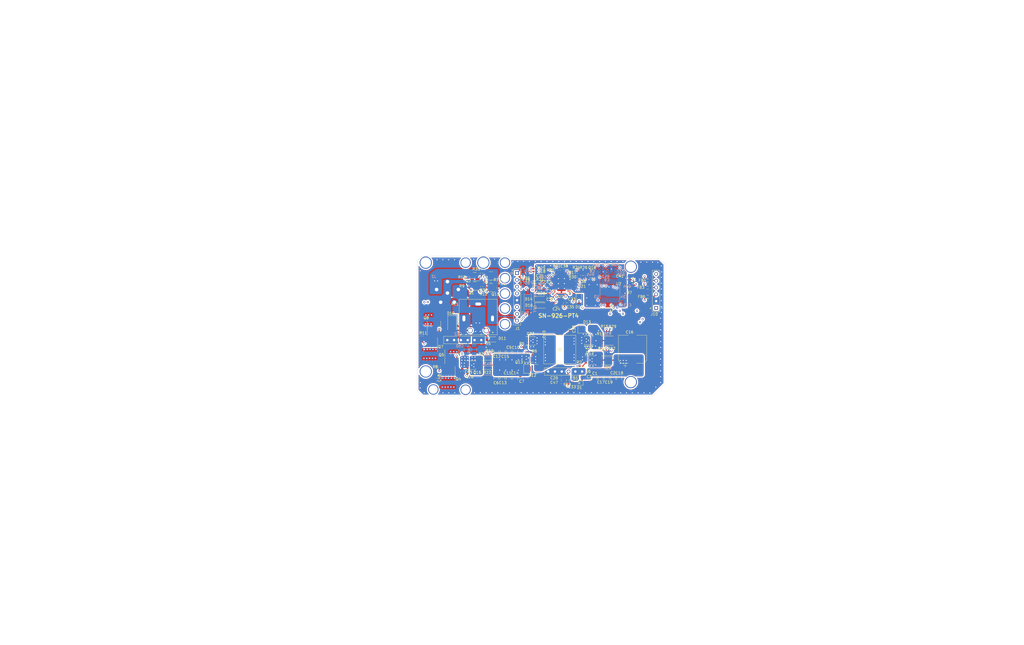
<source format=kicad_pcb>
(kicad_pcb (version 20211014) (generator pcbnew)
  (title_block (title "Pass Through Charger") (date "2023-03-01") (rev "4") (company "Supply Net") (comment 3 "R. Mercado") (comment 4 "Drawn By:"))
  (layers (0 "F.Cu" power) (1 "In1.Cu" signal) (2 "In2.Cu" signal) (31 "B.Cu" power) (34 "B.Paste" user) (35 "F.Paste" user) (36 "B.SilkS" user "B.Silkscreen") (37 "F.SilkS" user "F.Silkscreen") (38 "B.Mask" user) (39 "F.Mask" user) (44 "Edge.Cuts" user))
  (net 0 "")
  (net 1 "VDC")
  (net 2 "Net-(Q1-Pad3)")
  (net 3 "/BuckBoostConverter/CSOUT")
  (net 4 "GNDA")
  (net 5 "VBUS")
  (net 6 "/BuckBoostConverter/PWRIN")
  (net 7 "/BuckBoostConverter/SenseSource")
  (net 8 "/BuckBoostConverter/BST2")
  (net 9 "/BuckBoostConverter/SW2")
  (net 10 "/BuckBoostConverter/BST1")
  (net 11 "/BuckBoostConverter/SW1")
  (net 12 "/BuckBoostConverter/INTVcc")
  (net 13 "Net-(C25-Pad1)")
  (net 14 "/BuckBoostConverter/CSN")
  (net 15 "Net-(C26-Pad1)")
  (net 16 "/BuckBoostConverter/BGate")
  (net 17 "/BuckBoostConverter/VC")
  (net 18 "/BuckBoostConverter/Timer")
  (net 19 "Net-(C31-Pad1)")
  (net 20 "Net-(C32-Pad1)")
  (net 21 "Net-(Q12-Pad4)")
  (net 22 "Net-(Q13-Pad4)")
  (net 23 "/BuckBoostConverter/Charge")
  (net 24 "+5V")
  (net 25 "Net-(Q18-Pad3)")
  (net 26 "Net-(Q33-Pad4)")
  (net 27 "/BuckBoostConverter/TG1")
  (net 28 "/BuckBoostConverter/RT")
  (net 29 "Net-(R17-Pad2)")
  (net 30 "/BuckBoostConverter/Flag_1")
  (net 31 "/BuckBoostConverter/Flag_2")
  (net 34 "/BuckBoostConverter/Feedback")
  (net 35 "/BuckBoostConverter/FeedbackGnd")
  (net 36 "/BuckBoostConverter/Vfbmax")
  (net 37 "/BuckBoostConverter/CSP")
  (net 39 "/BuckBoostConverter/ITH")
  (net 40 "/BuckBoostConverter/TG2")
  (net 41 "/BuckBoostConverter/BG2")
  (net 42 "/BuckBoostConverter/PVIN")
  (net 43 "/BuckBoostConverter/BG1")
  (net 44 "/BAT1+")
  (net 45 "/J7{slash}1")
  (net 46 "/J7{slash}2")
  (net 47 "/P1")
  (net 48 "/P2")
  (net 49 "/P4")
  (net 50 "/P5")
  (net 51 "-BATT")
  (net 52 "/BAT2-")
  (net 53 "/BAT2+")
  (net 54 "/Microcontroller/BAT2EN")
  (net 55 "Net-(Q2-Pad3)")
  (net 56 "/Microcontroller/BAT1EN")
  (net 57 "Net-(R12-Pad1)")
  (net 58 "Net-(Q4-Pad1)")
  (net 59 "Net-(Q4-Pad4)")
  (net 60 "Net-(Q7-Pad1)")
  (net 61 "Net-(Q7-Pad4)")
  (net 62 "Net-(Q10-Pad1)")
  (net 63 "/Microcontroller/LOWBATEN")
  (net 64 "/Microcontroller/SHDN-1")
  (net 68 "/Microcontroller/AN2{slash}VIN")
  (net 69 "/Microcontroller/AN1{slash}BAT+2")
  (net 70 "/Microcontroller/AN0{slash}BAT+1")
  (net 72 "Net-(D13-Pad2)")
  (net 73 "/BuckBoostConverter/SenseGnd")
  (net 74 "/J10{slash}3")
  (net 75 "/BuckBoostConverter/SenseVin")
  (net 76 "/BuckBoostConverter/SenseDrain")
  (net 77 "+VSW")
  (net 78 "/J10{slash}4")
  (net 79 "/J10{slash}5")
  (net 81 "/J10{slash}4_FB")
  (net 82 "/J10{slash}5_FB")
  (net 83 "/J7{slash}2_FB")
  (net 84 "/J10{slash}3_FB")
  (net 85 "/J7{slash}1_FB")
  (net 86 "+5VD")
  (net 87 "Net-(D10-Pad2)")
  (net 88 "Net-(D10-Pad1)")
  (footprint "Resistor_SMD:R_0402_1005Metric" (layer "F.Cu") (at 219.5322 125.691 180)
    (fp_text reference "R21")
    (fp_text value "4.7")
  )
  (footprint "Resistor_SMD:R_0402_1005Metric" (layer "F.Cu") (at 215.8492 122.8208 180)
    (fp_text reference "R18")
    (fp_text value "215k")
  )
  (footprint "" (layer "F.Cu") (at 175.006 160.1588)
    (fp_text reference "")
    (fp_text value "")
  )
  (footprint "Inductor_SMD:L_0805_2012Metric" (layer "F.Cu") (at 257.9116 128.8152)
    (fp_text reference "FB3")
    (fp_text value "BLM21AG121BH1D")
  )
  (footprint "Diode_SMD:D_SOD-123" (layer "F.Cu") (at 199.5424 148.1446)
    (fp_text reference "D11")
    (fp_text value "MMSZ4680T1G")
  )
  (footprint "Resistor_SMD:R_2512_6332Metric" (layer "F.Cu") (at 242.8748 155.917)
    (fp_text reference "R4")
    (fp_text value ".008")
  )
  (footprint "Resistor_SMD:R_0402_1005Metric" (layer "F.Cu") (at 224.8408 122.3382 90)
    (fp_text reference "R31")
    (fp_text value "37.4k")
  )
  (footprint "Diode_SMD:D_SOD-323" (layer "F.Cu") (at 232.283 164.5022 180)
    (fp_text reference "D1")
    (fp_text value "CDSOD323-T36S")
  )
  (footprint "Resistor_SMD:R_0402_1005Metric" (layer "F.Cu") (at 250.2408 129.0692 180)
    (fp_text reference "R7")
    (fp_text value "25k")
  )
  (footprint "Diode_SMD:D_SMA" (layer "F.Cu") (at 235.2548 144.1586)
    (fp_text reference "D13")
    (fp_text value "MBRA340")
  )
  (footprint "" (layer "F.Cu") (at 204.597 125.2846)
    (fp_text reference "")
    (fp_text value "")
  )
  (footprint "Capacitor_SMD:C_0402_1005Metric" (layer "F.Cu") (at 243.4082 153.0214 -90)
    (fp_text reference "R32")
    (fp_text value "0")
  )
  (footprint "Connector_Samtec:TSW-106-23-T-S" (layer "F.Cu") (at 233.4385 160.1713 180)
    (fp_text reference "J6")
    (fp_text value "TSW-106-23-T-S" hide)
  )
  (footprint "Resistor_SMD:R_0402_1005Metric" (layer "F.Cu") (at 180.0606 158.4062 -90)
    (fp_text reference "R8")
    (fp_text value "100k")
  )
  (footprint "Resistor_SMD:R_0402_1005Metric" (layer "F.Cu") (at 234.2642 124.2432 90)
    (fp_text reference "R26")
    (fp_text value "90.9k")
  )
  (footprint "Capacitor_SMD:C_0603_1608Metric" (layer "F.Cu") (at 230.3272 132.0664 -90)
    (fp_text reference "C23")
    (fp_text value "1uF")
  )
  (footprint "Capacitor_SMD:C_1206_3216Metric" (layer "F.Cu") (at 203.7334 152.996 90)
    (fp_text reference "C15")
    (fp_text value "22uF")
  )
  (footprint "Capacitor_SMD:C_1206_3216Metric" (layer "F.Cu") (at 208.4578 152.996 90)
    (fp_text reference "C10")
    (fp_text value "22uF")
  )
  (footprint "Package_TO_SOT_SMD:SOT-23" (layer "F.Cu") (at 193.3448 124.714 180)
    (fp_text reference "Q2")
    (fp_text value "2N7002")
  )
  (footprint "Package_SO:Vishay_PowerPAK_1212-8_Single" (layer "F.Cu") (at 214.1728 148.7306)
    (fp_text reference "Q33")
    (fp_text value "SiSS12DN")
  )
  (footprint "Resistor_SMD:R_0402_1005Metric" (layer "F.Cu") (at 226.695 121.9318 90)
    (fp_text reference "C30")
    (fp_text value "2.2uF")
  )
  (footprint "Resistor_SMD:R_0402_1005Metric" (layer "F.Cu") (at 231.648 124.7766)
    (fp_text reference "R30")
    (fp_text value "100k")
  )
  (footprint "" (layer "F.Cu") (at 196.5198 119.4934)
    (fp_text reference "")
    (fp_text value "")
  )
  (footprint "Diode_SMD:D_SOD-123F" (layer "F.Cu") (at 217.7288 133.1078)
    (fp_text reference "D14")
    (fp_text value "BZT52C6V2")
  )
  (footprint "Resistor_SMD:R_0603_1608Metric" (layer "F.Cu") (at 219.2274 128.016)
    (fp_text reference "R27")
    (fp_text value "56k")
  )
  (footprint "Capacitor_SMD:C_0402_1005Metric" (layer "F.Cu") (at 199.009 154.7994 90)
    (fp_text reference "R19")
    (fp_text value "100")
  )
  (footprint "" (layer "F.Cu") (at 189.8904 166.9914)
    (fp_text reference "")
    (fp_text value "")
  )
  (footprint "Capacitor_SMD:C_1206_3216Metric" (layer "F.Cu") (at 206.0956 152.996 90)
    (fp_text reference "C5")
    (fp_text value "22uF")
  )
  (footprint "Resistor_SMD:R_0402_1005Metric" (layer "F.Cu") (at 195.8594 128.4478 90)
    (fp_text reference "R34")
    (fp_text value "100k")
  )
  (footprint "Resistor_SMD:R_0402_1005Metric" (layer "F.Cu") (at 215.8492 121.754 180)
    (fp_text reference "R25")
    (fp_text value "215k")
  )
  (footprint "Capacitor_SMD:C_1206_3216Metric" (layer "F.Cu") (at 247.3198 162.5346 -90)
    (fp_text reference "C18")
    (fp_text value "22uF")
  )
  (footprint "Capacitor_SMD:C_0402_1005Metric" (layer "F.Cu") (at 242.57 145.6808 -90)
    (fp_text reference "R15")
    (fp_text value "0")
  )
  (footprint "Resistor_SMD:R_0402_1005Metric" (layer "F.Cu") (at 173.609 146.8746 -90)
    (fp_text reference "R11")
    (fp_text value "100k")
  )
  (footprint "Relay_THT:CP112V" (layer "F.Cu") (at 197.5866 144.8428 180)
    (fp_text reference "RL1")
    (fp_text value "CP1-12V")
  )
  (footprint "Inductor_SMD:L_0805_2012Metric" (layer "F.Cu") (at 257.9116 132.2188)
    (fp_text reference "FB6")
    (fp_text value "BLM21AG121BH1D")
  )
  (footprint "Capacitor_SMD:C_1206_3216Metric" (layer "F.Cu") (at 238.0488 162.521 -90)
    (fp_text reference "C1")
    (fp_text value "22uF")
  )
  (footprint "Capacitor_SMD:C_0603_1608Metric" (layer "F.Cu") (at 213.106 123.8368 90)
    (fp_text reference "C39")
    (fp_text value "0.1uF")
  )
  (footprint "Capacitor_SMD:C_1206_3216Metric" (layer "F.Cu") (at 223.7994 134.962 180)
    (fp_text reference "C24")
    (fp_text value "10uF")
  )
  (footprint "Capacitor_SMD:C_0603_1608Metric" (layer "F.Cu") (at 228.4476 134.454 -90)
    (fp_text reference "C35")
    (fp_text value "0.1uF")
  )
  (footprint "Connector_Samtec:TSW-106-23-T-S" (layer "F.Cu") (at 261.0995 136.3965 90)
    (fp_text reference "J10")
    (fp_text value "TSW-106-23-T-S" hide)
  )
  (footprint "Capacitor_SMD:C_0402_1005Metric" (layer "F.Cu") (at 242.4176 153.0214 -90)
    (fp_text reference "R33")
    (fp_text value "0")
  )
  (footprint "Capacitor_SMD:C_0603_1608Metric" (layer "F.Cu") (at 191.3636 160.694 180)
    (fp_text reference "C26")
    (fp_text value "1000pF")
  )
  (footprint "Resistor_SMD:R_0402_1005Metric" (layer "F.Cu") (at 252.6538 127.3928 -90)
    (fp_text reference "R1")
    (fp_text value "110k")
  )
  (footprint "Package_SO:SO-8_3.9x4.9mm_P1.27mm" (layer "F.Cu") (at 178.0794 143.2932 90)
    (fp_text reference "Q8")
    (fp_text value "Si4401BDY")
  )
  (footprint "Package_SO:SO-8_3.9x4.9mm_P1.27mm" (layer "F.Cu") (at 176.8348 150.9386 -90)
    (fp_text reference "Q7")
    (fp_text value "Si4401BDY")
  )
  (footprint "Capacitor_SMD:C_0603_1608Metric" (layer "F.Cu") (at 228.9556 144.3346 -90)
    (fp_text reference "C38")
    (fp_text value "0.1uF")
  )
  (footprint "Package_SO:Vishay_PowerPAK_1212-8_Single" (layer "F.Cu") (at 236.2708 155.9188)
    (fp_text reference "Q12")
    (fp_text value "SiSS12DN")
  )
  (footprint "Inductor_SMD:L_0805_2012Metric" (layer "F.Cu") (at 232.41 162.648 180)
    (fp_text reference "FB1")
    (fp_text value "BLM21PG220SN1D")
  )
  (footprint "Connector_Samtec:TSW-108-06-L-S" (layer "F.Cu") (at 209.0928 132.2696 -90)
    (fp_text reference "J1")
    (fp_text value "TSW-108-06-L-S" hide)
  )
  (footprint "Resistor_SMD:R_2512_6332Metric" (layer "F.Cu") (at 198.1708 157.695)
    (fp_text reference "R22")
    (fp_text value ".018")
  )
  (footprint "Capacitor_SMD:C_0402_1005Metric" (layer "F.Cu") (at 197.4596 154.7994 -90)
    (fp_text reference "R23")
    (fp_text value "100")
  )
  (footprint "Capacitor_SMD:C_0603_1608Metric" (layer "F.Cu") (at 217.805 146.2396 -90)
    (fp_text reference "C40")
    (fp_text value "0.1uF")
  )
  (footprint "Package_SO:Vishay_PowerPAK_1212-8_Single" (layer "F.Cu") (at 235.966 148.4766 180)
    (fp_text reference "Q22")
    (fp_text value "SiSS12DN")
  )
  (footprint "Capacitor_SMD:C_0402_1005Metric" (layer "F.Cu") (at 243.5606 145.6808 -90)
    (fp_text reference "R29")
    (fp_text value "0")
  )
  (footprint "Capacitor_SMD:C_0603_1608Metric" (layer "F.Cu") (at 179.0068 163.2458)
    (fp_text reference "C48")
    (fp_text value "0.1uF")
  )
  (footprint "" (layer "F.Cu") (at 204.597 136.6384)
    (fp_text reference "")
    (fp_text value "")
  )
  (footprint "" (layer "F.Cu") (at 177.8254 166.8898)
    (fp_text reference "")
    (fp_text value "")
  )
  (footprint "Resistor_SMD:R_0402_1005Metric" (layer "F.Cu") (at 231.5972 123.151 180)
    (fp_text reference "R17")
    (fp_text value "100k")
  )
  (footprint "Capacitor_SMD:C_0603_1608Metric" (layer "F.Cu") (at 225.679 164.2228)
    (fp_text reference "C47")
    (fp_text value "0.1uF")
  )
  (footprint "Capacitor_SMD:C_0603_1608Metric" (layer "F.Cu") (at 229.8954 163.6522 -90)
    (fp_text reference "C33")
    (fp_text value "0.1uF")
  )
  (footprint "Capacitor_SMD:C_0402_1005Metric" (layer "F.Cu") (at 250.2154 124.6242 180)
    (fp_text reference "C41")
    (fp_text value "0.1uF")
  )
  (footprint "Package_SO:SO-8_3.9x4.9mm_P1.27mm" (layer "F.Cu") (at 184.7088 153.9104 90)
    (fp_text reference "Q5")
    (fp_text value "Si4401BDY")
  )
  (footprint "Package_TO_SOT_SMD:SOT-23" (layer "F.Cu") (at 199.3666 128.8542 180)
    (fp_text reference "Q11")
    (fp_text value "2N7002")
  )
  (footprint "Capacitor_SMD:C_1206_3216Metric" (layer "F.Cu") (at 203.6572 162.4956 -90)
    (fp_text reference "C13")
    (fp_text value "22uF")
  )
  (footprint "Capacitor_SMD:C_0402_1005Metric" (layer "F.Cu") (at 219.8878 126.7832 180)
    (fp_text reference "C4")
    (fp_text value "100pF")
  )
  (footprint "Capacitor_SMD:C_0402_1005Metric" (layer "F.Cu") (at 219.5576 124.6242)
    (fp_text reference "C25")
    (fp_text value "2.2uF")
  )
  (footprint "Diode_SMD:D_SOD-123" (layer "F.Cu") (at 218.0336 135.47)
    (fp_text reference "D16")
    (fp_text value "SBR0560S1")
  )
  (footprint "Package_TO_SOT_SMD:SOT-23" (layer "F.Cu") (at 250.1392 126.834 180)
    (fp_text reference "U2")
    (fp_text value "MCP120-xxxxTT")
  )
  (footprint "Package_TO_SOT_SMD:SOT-23" (layer "F.Cu") (at 193.3448 128.2192 180)
    (fp_text reference "Q1")
    (fp_text value "2N7002")
  )
  (footprint "Resistor_SMD:R_0402_1005Metric" (layer "F.Cu") (at 212.0646 151.0402)
    (fp_text reference "R5")
    (fp_text value "R_Small_US")
  )
  (footprint "Inductor_SMD:XAL1010-152MEB" (layer "F.Cu") (at 225.0694 151.9564 180)
    (fp_text reference "L2")
    (fp_text value "L")
  )
  (footprint "Capacitor_SMD:C_1206_3216Metric" (layer "F.Cu") (at 240.3856 162.5346 -90)
    (fp_text reference "C17")
    (fp_text value "22uF")
  )
  (footprint "Resistor_SMD:R_0402_1005Metric" (layer "F.Cu") (at 196.9262 127.2032 -90)
    (fp_text reference "R12")
    (fp_text value "10k")
  )
  (footprint "Resistor_SMD:R_0402_1005Metric" (layer "F.Cu") (at 199.2884 126.619 180)
    (fp_text reference "R14")
    (fp_text value "100k")
  )
  (footprint "Capacitor_SMD:C_0603_1608Metric" (layer "F.Cu") (at 243.078 136.3844 -90)
    (fp_text reference "C42")
    (fp_text value "0.1uF")
  )
  (footprint "Package_SO:Vishay_PowerPAK_1212-8_Single" (layer "F.Cu") (at 213.4616 155.0552 180)
    (fp_text reference "Q13")
    (fp_text value "SiSS12DN")
  )
  (footprint "Package_TO_SOT_SMD:SOT-23" (layer "F.Cu") (at 199.3646 124.4092 180)
    (fp_text reference "Q10")
    (fp_text value "2N7002")
  )
  (footprint "Resistor_SMD:R_0402_1005Metric" (layer "F.Cu") (at 190.8556 124.7394 -90)
    (fp_text reference "R13")
    (fp_text value "10k")
  )
  (footprint "Diode_SMD:D_SOD-123" (layer "F.Cu") (at 232.283 133.2681 -90)
    (fp_text reference "D15")
    (fp_text value "SBR0560S1")
  )
  (footprint "Capacitor_SMD:C_0402_1005Metric" (layer "F.Cu") (at 231.2416 126.4022 90)
    (fp_text reference "C36")
    (fp_text value "33nF")
  )
  (footprint "Resistor_SMD:R_0402_1005Metric" (layer "F.Cu") (at 190.8556 128.1938 -90)
    (fp_text reference "R9")
    (fp_text value "10k")
  )
  (footprint "Connector_Samtec:TSW-106-23-T-S" (layer "F.Cu") (at 195.7578 148.424 180)
    (fp_text reference "J5")
    (fp_text value "TSW-106-23-T-S" hide)
  )
  (footprint "Resistor_SMD:R_0402_1005Metric" (layer "F.Cu") (at 233.2228 124.2432 -90)
    (fp_text reference "R24")
    (fp_text value "12k")
  )
  (footprint "Capacitor_SMD:C_1206_3216Metric" (layer "F.Cu") (at 201.3966 152.996 90)
    (fp_text reference "C12")
    (fp_text value "22uF")
  )
  (footprint "Capacitor_SMD:C_1206_3216Metric" (layer "F.Cu") (at 206.0194 162.4956 -90)
    (fp_text reference "C11")
    (fp_text value "22uF")
  )
  (footprint "Resistor_SMD:R_0402_1005Metric" (layer "F.Cu") (at 201.93 128.905 90)
    (fp_text reference "R10")
    (fp_text value "100k")
  )
  (footprint "Resistor_SMD:R_0402_1005Metric" (layer "F.Cu") (at 233.1212 158.1268)
    (fp_text reference "R2")
    (fp_text value "R_Small_US")
  )
  (footprint "Capacitor_SMD:C_0603_1608Metric" (layer "F.Cu") (at 215.6714 124.587)
    (fp_text reference "C29")
    (fp_text value "0.1uF")
  )
  (footprint "Capacitor_SMD:C_1206_3216Metric" (layer "F.Cu") (at 201.295 162.4956 -90)
    (fp_text reference "C6")
    (fp_text value "22uF")
  )
  (footprint "Capacitor_SMD:C_0603_1608Metric" (layer "F.Cu") (at 216.9668 127.254 90)
    (fp_text reference "C31")
    (fp_text value "0.01uF")
  )
  (footprint "Capacitor_SMD:C_0603_1608Metric" (layer "F.Cu") (at 225.7044 162.5092)
    (fp_text reference "C20")
    (fp_text value "0.1uF")
  )
  (footprint "Inductor_SMD:L_0805_2012Metric" (layer "F.Cu") (at 228.1174 163.5252 90)
    (fp_text reference "FB2")
    (fp_text value "BLM21AG121BH1D")
  )
  (footprint "Resistor_SMD:R_0402_1005Metric" (layer "F.Cu") (at 213.7918 152.7946)
    (fp_text reference "R6")
    (fp_text value "R_Small_US")
  )
  (footprint "Resistor_SMD:R_2512_6332Metric" (layer "F.Cu") (at 242.9002 148.6036)
    (fp_text reference "R16")
    (fp_text value ".008")
  )
  (footprint "Package_DFN_QFN:LTC4020EUHF-TRPBF" (layer "F.Cu") (at 225.7044 127.5452 180)
    (fp_text reference "U1")
    (fp_text value "LTC4020EUHF-TRPBF" hide)
  )
  (footprint "Capacitor_SMD:C_1206_3216Metric" (layer "F.Cu") (at 208.3816 162.4956 -90)
    (fp_text reference "C14")
    (fp_text value "22uF")
  )
  (footprint "" (layer "F.Cu") (at 175.006 119.4934)
    (fp_text reference "")
    (fp_text value "")
  )
  (footprint "Package_TO_SOT_SMD:SOT-23" (layer "F.Cu") (at 236.728 123.6336 180)
    (fp_text reference "Q18")
    (fp_text value "2N7002E")
  )
  (footprint "" (layer "F.Cu") (at 204.597 131.0504)
    (fp_text reference "")
    (fp_text value "")
  )
  (footprint "" (layer "F.Cu") (at 204.597 119.4934)
    (fp_text reference "")
    (fp_text value "")
  )
  (footprint "Capacitor_SMD:C_0603_1608Metric" (layer "F.Cu") (at 188.6204 160.147 90)
    (fp_text reference "C45")
    (fp_text value "0.1uF")
  )
  (footprint "" (layer "F.Cu") (at 251.6378 164.1212)
    (fp_text reference "")
    (fp_text value "")
  )
  (footprint "Inductor_SMD:L_0805_2012Metric" (layer "F.Cu") (at 257.8862 126.1228)
    (fp_text reference "FB4")
    (fp_text value "BLM21AG121BH1D")
  )
  (footprint "Package_SO:SO-8_3.9x4.9mm_P1.27mm" (layer "F.Cu") (at 183.388 161.6828 -90)
    (fp_text reference "Q4")
    (fp_text value "Si4401BDY")
  )
  (footprint "NetTie:NetTie-2_SMD_Pad0.5mm" (layer "F.Cu") (at 225.7044 130.1868 90)
    (fp_text reference "NT1" hide)
    (fp_text value "NetTie_2")
  )
  (footprint "Package_SO:Vishay_PowerPAK_1212-8_Single" (layer "F.Cu") (at 191.9986 157.773)
    (fp_text reference "Q16")
    (fp_text value "SQS141ELNW-T1_GE3")
  )
  (footprint "Capacitor_SMD:C_0603_1608Metric" (layer "F.Cu") (at 210.3374 162.4956 -90)
    (fp_text reference "C7")
    (fp_text value "0.1uF")
  )
  (footprint "Diode_SMD:D_SMA" (layer "F.Cu") (at 184.8612 142.6582 -90)
    (fp_text reference "D10")
    (fp_text value "US1M")
  )
  (footprint "Capacitor_SMD:C_0603_1608Metric" (layer "F.Cu") (at 236.1184 163.322 -90)
    (fp_text reference "C3")
    (fp_text value "0.1uF")
  )
  (footprint "Capacitor_SMD:C_0402_1005Metric" (layer "F.Cu") (at 231.1908 128.358 -90)
    (fp_text reference "C21")
    (fp_text value "33nF")
  )
  (footprint "Resistor_SMD:R_0603_1608Metric" (layer "F.Cu") (at 226.9744 134.4794 -90)
    (fp_text reference "R3")
    (fp_text value "4.7")
  )
  (footprint "" (layer "F.Cu") (at 204.597 142.4804)
    (fp_text reference "")
    (fp_text value "")
  )
  (footprint "Capacitor_SMD:C_0603_1608Metric" (layer "F.Cu") (at 220.726 132.1172 -90)
    (fp_text reference "C22")
    (fp_text value "1uF")
  )
  (footprint "Diode_SMD:D_SMA" (layer "F.Cu") (at 214.9602 159.17)
    (fp_text reference "D12")
    (fp_text value "MBRA340")
  )
  (footprint "Resistor_SMD:R_0402_1005Metric" (layer "F.Cu") (at 195.8086 123.3932 90)
    (fp_text reference "R35")
    (fp_text value "100k")
  )
  (footprint "" (layer "F.Cu") (at 251.6378 121.017)
    (fp_text reference "")
    (fp_text value "")
  )
  (footprint "Resistor_SMD:R_0402_1005Metric" (layer "F.Cu") (at 223.3168 122.2874 180)
    (fp_text reference "R20")
    (fp_text value "37.4k")
  )
  (footprint "" (layer "F.Cu") (at 189.8904 119.4934)
    (fp_text reference "")
    (fp_text value "")
  )
  (footprint "Capacitor_SMD:C_1206_3216Metric" (layer "F.Cu") (at 242.697 162.5346 -90)
    (fp_text reference "C19")
    (fp_text value "22uF")
  )
  (footprint "Capacitor_SMD:C_0603_1608Metric" (layer "F.Cu") (at 218.2114 129.54 180)
    (fp_text reference "C28")
    (fp_text value "68pF")
  )
  (footprint "Capacitor_SMD:CP_Elec_10x10" (layer "F.Cu") (at 252.2728 151.8294 90)
    (fp_text reference "C16")
    (fp_text value "120u")
  )
  (footprint "Capacitor_SMD:C_1206_3216Metric" (layer "F.Cu") (at 245.0084 162.5346 -90)
    (fp_text reference "C2")
    (fp_text value "22uF")
  )
  (footprint "Capacitor_SMD:C_0603_1608Metric" (layer "B.Cu") (at 241.4778 153.543 180)
    (fp_text reference "C37")
    (fp_text value "0.1uF")
  )
  (footprint "Inductor_SMD:L_0805_2012Metric" (layer "B.Cu") (at 211.3026 122.6176 90)
    (fp_text reference "FB7")
    (fp_text value "BLM21AG121BH1D")
  )
  (footprint "Inductor_SMD:L_0805_2012Metric" (layer "B.Cu") (at 211.2264 126.961 90)
    (fp_text reference "FB5")
    (fp_text value "BLM21AG121BH1D")
  )
  (footprint "Resistor_SMD:R_0402_1005Metric" (layer "B.Cu") (at 239.8014 123.532 180)
    (fp_text reference "R45")
    (fp_text value "12k")
  )
  (footprint "Resistor_SMD:R_0402_1005Metric" (layer "B.Cu") (at 242.7732 121.5762)
    (fp_text reference "R41")
    (fp_text value "110k")
  )
  (footprint "Resistor_SMD:R_0603_1608Metric" (layer "B.Cu") (at 219.075 128.2192 -90)
    (fp_text reference "R28")
    (fp_text value "47k")
  )
  (footprint "Capacitor_SMD:C_0603_1608Metric" (layer "B.Cu") (at 215.646 125.2338)
    (fp_text reference "C46")
    (fp_text value "0.1uF")
  )
  (footprint "Button_Switch_SMD:CHS-01TB" (layer "B.Cu") (at 213.106 134.1238 90)
    (fp_text reference "SW1")
    (fp_text value "CHS-01TB" hide)
  )
  (footprint "Capacitor_SMD:C_0603_1608Metric" (layer "B.Cu") (at 250.2154 126.9102)
    (fp_text reference "C44")
    (fp_text value "0.1uF")
  )
  (footprint "Capacitor_SMD:C_1206_3216Metric" (layer "B.Cu") (at 193.0908 151.931 -90)
    (fp_text reference "C49")
    (fp_text value "0.1uF")
  )
  (footprint "Capacitor_SMD:C_0402_1005Metric" (layer "B.Cu") (at 242.7224 123.6082)
    (fp_text reference "C9")
    (fp_text value "0.1uF")
  )
  (footprint "Resistor_SMD:R_0402_1005Metric" (layer "B.Cu") (at 242.7478 122.5922 180)
    (fp_text reference "R42")
    (fp_text value "37.4k")
  )
  (footprint "Connector:SC-C-179495_HEADER" (layer "B.Cu") (at 183.1086 130.8472 180)
    (fp_text reference "J2")
    (fp_text value "SC-C-179495_Header")
  )
  (footprint "Resistor_SMD:R_2512_6332Metric" (layer "B.Cu") (at 242.9256 148.6408 180)
    (fp_text reference "R36")
    (fp_text value ".018")
  )
  (footprint "Capacitor_SMD:C_0603_1608Metric" (layer "B.Cu") (at 187.0964 144.7292)
    (fp_text reference "C52")
    (fp_text value "0.1uF")
  )
  (footprint "Capacitor_SMD:C_0603_1608Metric" (layer "B.Cu") (at 198.7042 147.5994 180)
    (fp_text reference "C51")
    (fp_text value "0.1uF")
  )
  (footprint "Resistor_SMD:R_2512_6332Metric" (layer "B.Cu") (at 198.247 159.8422 180)
    (fp_text reference "R43")
    (fp_text value ".018")
  )
  (footprint "Capacitor_SMD:C_0402_1005Metric" (layer "B.Cu") (at 248.2596 133.6412 90)
    (fp_text reference "C34")
    (fp_text value "0.1uF")
  )
  (footprint "Resistor_SMD:R_0402_1005Metric" (layer "B.Cu") (at 245.999 123.3542)
    (fp_text reference "R39")
    (fp_text value "37.4k")
  )
  (footprint "Resistor_SMD:R_2512_6332Metric" (layer "B.Cu") (at 198.247 155.9306 180)
    (fp_text reference "R40")
    (fp_text value ".018")
  )
  (footprint "Capacitor_SMD:C_0603_1608Metric" (layer "B.Cu") (at 217.5764 129.1844 -90)
    (fp_text reference "C32")
    (fp_text value "680pF")
  )
  (footprint "Resistor_SMD:R_0402_1005Metric" (layer "B.Cu") (at 239.8268 121.5254)
    (fp_text reference "R44")
    (fp_text value "110k")
  )
  (footprint "Resistor_SMD:R_0402_1005Metric" (layer "B.Cu") (at 245.999 121.3222 180)
    (fp_text reference "R38")
    (fp_text value "110k")
  )
  (footprint "Capacitor_SMD:C_1206_3216Metric" (layer "B.Cu") (at 190.246 151.9174 -90)
    (fp_text reference "C50")
    (fp_text value "0.1uF")
  )
  (footprint "Capacitor_SMD:C_0603_1608Metric" (layer "B.Cu") (at 250.3678 133.7174)
    (fp_text reference "C43")
    (fp_text value "0.1uF")
  )
  (footprint "Package_SO:SSOP-20_5.3x7.2mm_P0.65mm" (layer "B.Cu") (at 243.84 130.009 90)
    (fp_text reference "U3")
    (fp_text value "PIC16F720")
  )
  (footprint "Resistor_SMD:R_2512_6332Metric" (layer "B.Cu") (at 243.0018 156.4132)
    (fp_text reference "R37")
    (fp_text value ".018")
  )
  (footprint "Capacitor_SMD:C_0402_1005Metric" (layer "B.Cu") (at 245.999 122.3382 180)
    (fp_text reference "C27")
    (fp_text value "0.1uF")
  )
  (footprint "Capacitor_SMD:C_0402_1005Metric" (layer "B.Cu") (at 239.8268 122.5414)
    (fp_text reference "C8")
    (fp_text value "0.1uF")
  )
  (gr_line (start 259.715 169.2774) (end 264.287 164.7054) (layer "Edge.Cuts") (width 0.05))
  (gr_line (start 206.121 117.0804) (end 173.482 117.0804) (layer "Edge.Cuts") (width 0.05))
  (gr_line (start 173.863 169.2774) (end 259.715 169.2774) (layer "Edge.Cuts") (width 0.05))
  (gr_line (start 259.715 169.2774) (end 264.287 164.7054) (layer "Edge.Cuts") (width 0.05))
  (gr_line locked (start 262.382 118.0964) (end 207.137 118.0964) (layer "Edge.Cuts") (width 0.05))
  (gr_line (start 264.287 120.0014) (end 262.382 118.0964) (layer "Edge.Cuts") (width 0.05))
  (gr_line (start 264.287 120.0014) (end 264.287 164.7054) (layer "Edge.Cuts") (width 0.05))
  (gr_line (start 173.863 169.2774) (end 259.715 169.2774) (layer "Edge.Cuts") (width 0.05))
  (gr_line (start 207.137 118.0964) (end 206.121 117.0804) (layer "Edge.Cuts") (width 0.05))
  (gr_line (start 171.831 167.2454) (end 173.863 169.2774) (layer "Edge.Cuts") (width 0.05))
  (gr_line (start 173.482 117.0804) (end 171.831 118.7314) (layer "Edge.Cuts") (width 0.05))
  (gr_line (start 171.831 118.7314) (end 171.831 167.2454) (layer "Edge.Cuts") (width 0.05))
  (gr_line (start 171.831 167.2454) (end 173.863 169.2774) (layer "Edge.Cuts") (width 0.05))
  (gr_line (start 262.382 118.0964) (end 207.137 118.0964) (layer "Edge.Cuts") (width 0.05))
  (gr_line (start 173.482 117.0804) (end 171.831 118.7314) (layer "Edge.Cuts") (width 0.05))
  (gr_line (start 206.121 117.0804) (end 173.482 117.0804) (layer "Edge.Cuts") (width 0.05))
  (gr_line (start 171.831 118.7314) (end 171.831 167.2454) (layer "Edge.Cuts") (width 0.05))
  (gr_line (start 207.137 118.0964) (end 206.121 117.0804) (layer "Edge.Cuts") (width 0.05))
  (gr_line (start 264.287 120.0014) (end 262.382 118.0964) (layer "Edge.Cuts") (width 0.05))
  (gr_text "SN-926-PT4" (at 224.6122 139.3444) (layer "F.SilkS") (effects (font (size 1.5 1.5) (thickness 0.3))))
  (segment (start 230.1246 162.648) (end 229.8954 162.8772) (width 0.381) (layer "F.Cu") (net 1))
  (segment (start 231.3475 162.648) (end 230.1246 162.648) (width 0.381) (layer "F.Cu") (net 1))
  (segment (start 192.2272 128.2192) (end 191.6918 127.6838) (width 0.304) (layer "F.Cu") (net 2))
  (segment (start 191.6918 127.6838) (end 190.8556 127.6838) (width 0.304) (layer "F.Cu") (net 2))
  (segment (start 192.4073 128.2192) (end 192.2272 128.2192) (width 0.304) (layer "F.Cu") (net 2))
  (segment (start 220.3678 126.7832) (end 223.2557 126.7832) (width 0.203) (layer "F.Cu") (net 3))
  (segment (start 223.2557 129.3232) (end 222.123 129.3232) (width 0.204) (layer "F.Cu") (net 4))
  (segment (start 228.1531 129.3232) (end 229.2858 129.3232) (width 0.204) (layer "F.Cu") (net 4))
  (segment (start 227.4824 129.3232) (end 225.7044 127.5452) (width 0.204) (layer "F.Cu") (net 4))
  (segment (start 228.1531 125.2592) (end 226.9998 125.2592) (width 0.25) (layer "F.Cu") (net 4))
  (segment (start 228.1531 129.3232) (end 227.4824 129.3232) (width 0.204) (layer "F.Cu") (net 4))
  (segment (start 228.671174 125.2592) (end 229.2096 124.720774) (width 0.203) (layer "F.Cu") (net 4))
  (segment (start 228.1531 125.2592) (end 228.671174 125.2592) (width 0.203) (layer "F.Cu") (net 4))
  (segment (start 226.9998 125.2592) (end 226.822 125.437) (width 0.25) (layer "F.Cu") (net 4))
  (segment (start 229.2096 124.720774) (end 229.2096 124.041374) (width 0.203) (layer "F.Cu") (net 4))
  (segment (start 223.9264 129.3232) (end 225.7044 127.5452) (width 0.204) (layer "F.Cu") (net 4))
  (segment (start 229.2096 124.041374) (end 229.6668 123.584174) (width 0.203) (layer "F.Cu") (net 4))
  (segment (start 223.2557 129.3232) (end 223.9264 129.3232) (width 0.204) (layer "F.Cu") (net 4))
  (via (at 216.535 120.7126) (size 0.8) (drill 0.4) (layers "F.Cu" "B.Cu") (net 4))
  (via (at 221.6658 120.6618) (size 0.8) (drill 0.4) (layers "F.Cu" "B.Cu") (net 4))
  (via (at 238.0234 121.3984) (size 0.8) (drill 0.4) (layers "F.Cu" "B.Cu") (net 4))
  (via (at 248.5898 122.3382) (size 0.8) (drill 0.4) (layers "F.Cu" "B.Cu") (net 4))
  (via (at 226.822 129.1454) (size 0.8) (drill 0.4) (layers "F.Cu" "B.Cu") (net 4))
  (via (at 243.459 128.612) (size 0.8) (drill 0.4) (layers "F.Cu" "B.Cu") (net 4))
  (via (at 233.7816 122.262) (size 0.8) (drill 0.4) (layers "F.Cu" "B.Cu") (net 4))
  (via (at 224.5614 125.4624) (size 0.8) (drill 0.4) (layers "F.Cu" "B.Cu") (net 4))
  (via (at 235.9914 125.818) (size 0.8) (drill 0.4) (layers "F.Cu" "B.Cu") (net 4))
  (via (at 241.3254 122.897) (size 0.8) (drill 0.4) (layers "F.Cu" "B.Cu") (net 4))
  (via (at 236.0676 127.723) (size 0.8) (drill 0.4) (layers "F.Cu" "B.Cu") (net 4))
  (via (at 224.5614 127.3166) (size 0.8) (drill 0.4) (layers "F.Cu" "B.Cu") (net 4))
  (via (at 235.1786 132.6506) (size 0.8) (drill 0.4) (layers "F.Cu" "B.Cu") (net 4))
  (via (at 219.3544 120.6618) (size 0.8) (drill 0.4) (layers "F.Cu" "B.Cu") (net 4))
  (via (at 224.5868 129.0946) (size 0.8) (drill 0.4) (layers "F.Cu" "B.Cu") (net 4))
  (via (at 239.0648 127.723) (size 0.8) (drill 0.4) (layers "F.Cu" "B.Cu") (net 4))
  (via (at 249.428 130.9234) (size 0.8) (drill 0.4) (layers "F.Cu" "B.Cu") (net 4))
  (via (at 230.9876 129.9074) (size 0.8) (drill 0.4) (layers "F.Cu" "B.Cu") (net 4))
  (via (at 244.3734 121.881) (size 0.8) (drill 0.4) (layers "F.Cu" "B.Cu") (net 4))
  (via (at 238.379 135.4446) (size 0.8) (drill 0.4) (layers "F.Cu" "B.Cu") (net 4))
  (via (at 247.523 124.4718) (size 0.8) (drill 0.4) (layers "F.Cu" "B.Cu") (net 4))
  (via (at 227.7872 120.738) (size 0.8) (drill 0.4) (layers "F.Cu" "B.Cu") (net 4))
  (via (at 221.5134 129.7042) (size 0.8) (drill 0.4) (layers "F.Cu" "B.Cu") (net 4))
  (via (at 226.7966 127.3166) (size 0.8) (drill 0.4) (layers "F.Cu" "B.Cu") (net 4))
  (via (at 235.1786 135.4446) (size 0.8) (drill 0.4) (layers "F.Cu" "B.Cu") (net 4))
  (via (at 226.822 125.437) (size 0.8) (drill 0.4) (layers "F.Cu" "B.Cu") (net 4))
  (via (at 216.3572 130.2004) (size 0.8) (drill 0.4) (layers "F.Cu" "B.Cu") (net 4))
  (segment (start 199.5406 157.695) (end 199.009 157.1634) (width 0.304) (layer "F.Cu") (net 5))
  (segment (start 215.3392 122.8208) (end 214.4014 122.8208) (width 0.304) (layer "F.Cu") (net 5))
  (segment (start 214.4014 122.8208) (end 214.3252 122.897) (width 0.304) (layer "F.Cu") (net 5))
  (segment (start 201.1333 157.695) (end 199.5406 157.695) (width 0.304) (layer "F.Cu") (net 5))
  (segment (start 199.009 157.1634) (end 199.009 155.2794) (width 0.304) (layer "F.Cu") (net 5))
  (segment (start 213.2708 122.897) (end 214.3252 122.897) (width 0.381) (layer "F.Cu") (net 5))
  (segment (start 213.106 123.0618) (end 213.2708 122.897) (width 0.381) (layer "F.Cu") (net 5))
  (via (at 210.947 154.4456) (size 0.8) (drill 0.4) (layers "F.Cu" "B.Cu") (net 5))
  (via (at 209.6262 155.7918) (size 0.8) (drill 0.4) (layers "F.Cu" "B.Cu") (net 5))
  (via (at 202.6158 159.6526) (size 0.8) (drill 0.4) (layers "F.Cu" "B.Cu") (net 5))
  (via (at 202.6158 155.7918) (size 0.8) (drill 0.4) (layers "F.Cu" "B.Cu") (net 5))
  (via (at 209.6262 159.6526) (size 0.8) (drill 0.4) (layers "F.Cu" "B.Cu") (net 5))
  (via (at 214.884 129.6788) (size 0.8) (drill 0.4) (layers "F.Cu" "B.Cu") (net 5))
  (via (at 213.36 155.0806) (size 0.8) (drill 0.4) (layers "F.Cu" "B.Cu") (net 5))
  (via (at 204.851 159.6526) (size 0.8) (drill 0.4) (layers "F.Cu" "B.Cu") (net 5))
  (via (at 214.3252 122.897) (size 0.8) (drill 0.4) (layers "F.Cu" "B.Cu") (net 5))
  (via (at 212.5726 154.5218) (size 0.8) (drill 0.4) (layers "F.Cu" "B.Cu") (net 5))
  (via (at 212.5726 155.614) (size 0.8) (drill 0.4) (layers "F.Cu" "B.Cu") (net 5))
  (via (at 207.2132 159.6526) (size 0.8) (drill 0.4) (layers "F.Cu" "B.Cu") (net 5))
  (via (at 207.2132 155.7918) (size 0.8) (drill 0.4) (layers "F.Cu" "B.Cu") (net 5))
  (via (at 210.947 155.5378) (size 0.8) (drill 0.4) (layers "F.Cu" "B.Cu") (net 5))
  (via (at 212.0646 157.1126) (size 0.8) (drill 0.4) (layers "F.Cu" "B.Cu") (net 5))
  (via (at 213.1568 157.1126) (size 0.8) (drill 0.4) (layers "F.Cu" "B.Cu") (net 5))
  (via (at 204.851 155.7918) (size 0.8) (drill 0.4) (layers "F.Cu" "B.Cu") (net 5))
  (segment (start 242.4176 153.5014) (end 242.4176 155.028) (width 0.381) (layer "F.Cu") (net 6))
  (segment (start 241.5268 155.9188) (end 239.9377 155.9188) (width 0.381) (layer "F.Cu") (net 6))
  (segment (start 242.4176 155.028) (end 241.5268 155.9188) (width 0.381) (layer "F.Cu") (net 6))
  (via (at 238.506 157.7476) (size 0.8) (drill 0.4) (layers "F.Cu" "B.Cu") (net 6))
  (via (at 236.3724 158.0778) (size 0.8) (drill 0.4) (layers "F.Cu" "B.Cu") (net 6))
  (via (at 237.4646 153.6836) (size 0.8) (drill 0.4) (layers "F.Cu" "B.Cu") (net 6))
  (via (at 238.5314 154.09) (size 0.8) (drill 0.4) (layers "F.Cu" "B.Cu") (net 6))
  (via (at 237.1598 156.4522) (size 0.8) (drill 0.4) (layers "F.Cu" "B.Cu") (net 6))
  (via (at 236.3724 155.8934) (size 0.8) (drill 0.4) (layers "F.Cu" "B.Cu") (net 6))
  (via (at 236.3724 153.6836) (size 0.8) (drill 0.4) (layers "F.Cu" "B.Cu") (net 6))
  (via (at 237.4646 158.0778) (size 0.8) (drill 0.4) (layers "F.Cu" "B.Cu") (net 6))
  (via (at 237.1598 155.36) (size 0.8) (drill 0.4) (layers "F.Cu" "B.Cu") (net 6))
  (segment (start 228.1531 128.3072) (end 230.2764 128.3072) (width 0.203) (layer "F.Cu") (net 7))
  (segment (start 231.8538 127.878) (end 231.1908 127.878) (width 0.254) (layer "F.Cu") (net 7))
  (segment (start 242.57 145.2008) (end 242.57 144.36) (width 0.25) (layer "F.Cu") (net 7))
  (segment (start 230.2764 128.3072) (end 230.731 127.8526) (width 0.203) (layer "F.Cu") (net 7))
  (segment (start 232.2068 128.231) (end 231.8538 127.878) (width 0.254) (layer "F.Cu") (net 7))
  (segment (start 230.731 127.8526) (end 231.2416 127.8526) (width 0.203) (layer "F.Cu") (net 7))
  (via (at 242.57 144.36) (size 0.8) (drill 0.4) (layers "F.Cu" "B.Cu") (net 7))
  (via (at 232.2068 128.231) (size 0.8) (drill 0.4) (layers "F.Cu" "B.Cu") (net 7))
  (segment (start 216.3836 133.0814) (end 217.9828 131.4822) (width 0.381) (layer "F.Cu") (net 8))
  (segment (start 220.586 131.4822) (end 220.726 131.3422) (width 0.381) (layer "F.Cu") (net 8))
  (segment (start 222.699501 129.8312) (end 221.188501 131.3422) (width 0.203) (layer "F.Cu") (net 8))
  (segment (start 216.3836 135.47) (end 216.3836 133.0814) (width 0.381) (layer "F.Cu") (net 8))
  (segment (start 223.2557 129.8312) (end 222.699501 129.8312) (width 0.203) (layer "F.Cu") (net 8))
  (segment (start 217.9828 131.4822) (end 220.586 131.4822) (width 0.381) (layer "F.Cu") (net 8))
  (segment (start 221.188501 131.3422) (end 220.726 131.3422) (width 0.203) (layer "F.Cu") (net 8))
  (segment (start 222.0214 132.8538) (end 223.878 130.9972) (width 0.203) (layer "F.Cu") (net 9))
  (segment (start 220.5104 133.1078) (end 220.726 132.8922) (width 0.381) (layer "F.Cu") (net 9))
  (segment (start 222.0214 133.2348) (end 222.0214 132.8538) (width 0.203) (layer "F.Cu") (net 9))
  (segment (start 223.878 130.9972) (end 224.1804 130.9972) (width 0.203) (layer "F.Cu") (net 9))
  (segment (start 219.1288 133.1078) (end 220.5104 133.1078) (width 0.381) (layer "F.Cu") (net 9))
  (segment (start 222.0214 133.2348) (end 221.0686 133.2348) (width 0.381) (layer "F.Cu") (net 9))
  (segment (start 221.0686 133.2348) (end 220.726 132.8922) (width 0.381) (layer "F.Cu") (net 9))
  (via (at 216.5858 148.7034) (size 0.8) (drill 0.4) (layers "F.Cu" "B.Cu") (net 9))
  (via (at 214.1982 150.9132) (size 0.8) (drill 0.4) (layers "F.Cu" "B.Cu") (net 9))
  (via (at 216.5858 149.7956) (size 0.8) (drill 0.4) (layers "F.Cu" "B.Cu") (net 9))
  (via (at 222.0214 133.2348) (size 0.8) (drill 0.4) (layers "F.Cu" "B.Cu") (net 9))
  (via (at 219.6846 150.202) (size 0.8) (drill 0.4) (layers "F.Cu" "B.Cu") (net 9))
  (via (at 215.0872 149.264) (size 0.8) (drill 0.4) (layers "F.Cu" "B.Cu") (net 9))
  (via (at 215.0872 148.1718) (size 0.8) (drill 0.4) (layers "F.Cu" "B.Cu") (net 9))
  (via (at 219.71 156.0948) (size 0.8) (drill 0.4) (layers "F.Cu" "B.Cu") (net 9))
  (via (at 215.2904 150.9132) (size 0.8) (drill 0.4) (layers "F.Cu" "B.Cu") (net 9))
  (via (at 219.71 153.9104) (size 0.8) (drill 0.4) (layers "F.Cu" "B.Cu") (net 9))
  (via (at 216.0524 155.7138) (size 0.8) (drill 0.4) (layers "F.Cu" "B.Cu") (net 9))
  (via (at 219.6846 148.0176) (size 0.8) (drill 0.4) (layers "F.Cu" "B.Cu") (net 9))
  (via (at 216.0524 154.6216) (size 0.8) (drill 0.4) (layers "F.Cu" "B.Cu") (net 9))
  (via (at 219.71 155.0026) (size 0.8) (drill 0.4) (layers "F.Cu" "B.Cu") (net 9))
  (via (at 214.2998 148.7052) (size 0.8) (drill 0.4) (layers "F.Cu" "B.Cu") (net 9))
  (via (at 216.5858 147.6112) (size 0.8) (drill 0.4) (layers "F.Cu" "B.Cu") (net 9))
  (via (at 216.0524 156.806) (size 0.8) (drill 0.4) (layers "F.Cu" "B.Cu") (net 9))
  (via (at 219.6846 149.1098) (size 0.8) (drill 0.4) (layers "F.Cu" "B.Cu") (net 9))
  (segment (start 232.283 131.6181) (end 230.6539 131.6181) (width 0.381) (layer "F.Cu") (net 10))
  (segment (start 228.9302 129.8312) (end 228.1531 129.8312) (width 0.203) (layer "F.Cu") (net 10))
  (segment (start 230.6539 131.6181) (end 230.3272 131.2914) (width 0.381) (layer "F.Cu") (net 10))
  (segment (start 230.251 131.152) (end 228.9302 129.8312) (width 0.203) (layer "F.Cu") (net 10))
  (segment (start 227.2284 131.152) (end 227.2284 130.9972) (width 0.203) (layer "F.Cu") (net 11))
  (segment (start 230.3526 133.6666) (end 230.3526 132.8284) (width 0.381) (layer "F.Cu") (net 11))
  (segment (start 228.5492 132.4728) (end 227.2284 131.152) (width 0.203) (layer "F.Cu") (net 11))
  (segment (start 230.3526 132.8284) (end 229.997 132.4728) (width 0.203) (layer "F.Cu") (net 11))
  (segment (start 229.997 132.4728) (end 228.5492 132.4728) (width 0.203) (layer "F.Cu") (net 11))
  (segment (start 230.0732 133.946) (end 230.3526 133.6666) (width 0.381) (layer "F.Cu") (net 11))
  (via (at 230.4288 149.9244) (size 0.8) (drill 0.4) (layers "F.Cu" "B.Cu") (net 11))
  (via (at 235.0262 147.9686) (size 0.8) (drill 0.4) (layers "F.Cu" "B.Cu") (net 11))
  (via (at 230.4288 156.0712) (size 0.8) (drill 0.4) (layers "F.Cu" "B.Cu") (net 11))
  (via (at 233.5784 155.8172) (size 0.8) (drill 0.4) (layers "F.Cu" "B.Cu") (net 11))
  (via (at 233.2736 149.645) (size 0.8) (drill 0.4) (layers "F.Cu" "B.Cu") (net 11))
  (via (at 233.8578 146.216) (size 0.8) (drill 0.4) (layers "F.Cu" "B.Cu") (net 11))
  (via (at 233.5784 154.725) (size 0.8) (drill 0.4) (layers "F.Cu" "B.Cu") (net 11))
  (via (at 234.4166 150.7118) (size 0.8) (drill 0.4) (layers "F.Cu" "B.Cu") (net 11))
  (via (at 235.0262 149.0608) (size 0.8) (drill 0.4) (layers "F.Cu" "B.Cu") (net 11))
  (via (at 230.4288 148.8322) (size 0.8) (drill 0.4) (layers "F.Cu" "B.Cu") (net 11))
  (via (at 233.2736 148.5528) (size 0.8) (drill 0.4) (layers "F.Cu" "B.Cu") (net 11))
  (via (at 230.4288 147.74) (size 0.8) (drill 0.4) (layers "F.Cu" "B.Cu") (net 11))
  (via (at 230.4288 154.979) (size 0.8) (drill 0.4) (layers "F.Cu" "B.Cu") (net 11))
  (via (at 235.5088 150.7118) (size 0.8) (drill 0.4) (layers "F.Cu" "B.Cu") (net 11))
  (via (at 230.0732 133.946) (size 0.8) (drill 0.4) (layers "F.Cu" "B.Cu") (net 11))
  (via (at 230.4288 153.8868) (size 0.8) (drill 0.4) (layers "F.Cu" "B.Cu") (net 11))
  (via (at 234.95 146.216) (size 0.8) (drill 0.4) (layers "F.Cu" "B.Cu") (net 11))
  (via (at 234.7214 153.6836) (size 0.8) (drill 0.4) (layers "F.Cu" "B.Cu") (net 11))
  (via (at 235.8136 148.5274) (size 0.8) (drill 0.4) (layers "F.Cu" "B.Cu") (net 11))
  (via (at 233.2736 147.4606) (size 0.8) (drill 0.4) (layers "F.Cu" "B.Cu") (net 11))
  (segment (start 223.4692 133.7682) (end 223.4692 134.1492) (width 0.203) (layer "F.Cu") (net 12))
  (segment (start 219.6836 135.47) (end 221.8164 135.47) (width 0.381) (layer "F.Cu") (net 12))
  (segment (start 222.6564 134.962) (end 223.4692 134.1492) (width 0.381) (layer "F.Cu") (net 12))
  (segment (start 232.283 133.9206) (end 232.283 134.9181) (width 0.381) (layer "F.Cu") (net 12))
  (segment (start 221.8164 135.47) (end 222.3244 134.962) (width 0.381) (layer "F.Cu") (net 12))
  (segment (start 222.3244 134.962) (end 222.6564 134.962) (width 0.381) (layer "F.Cu") (net 12))
  (segment (start 225.1964 132.041) (end 223.4692 133.7682) (width 0.203) (layer "F.Cu") (net 12))
  (segment (start 225.1964 130.9972) (end 225.1964 132.041) (width 0.203) (layer "F.Cu") (net 12))
  (via (at 232.283 133.9206) (size 0.8) (drill 0.4) (layers "F.Cu" "B.Cu") (net 12))
  (via (at 223.4692 134.1492) (size 0.8) (drill 0.4) (layers "F.Cu" "B.Cu") (net 12))
  (segment (start 219.0222 125.691) (end 219.0222 124.6796) (width 0.254) (layer "F.Cu") (net 13))
  (segment (start 219.0222 124.6796) (end 219.0776 124.6242) (width 0.254) (layer "F.Cu") (net 13))
  (segment (start 220.0376 124.6242) (end 220.9038 124.6242) (width 0.203) (layer "F.Cu") (net 14))
  (segment (start 197.4596 153.3008) (end 197.485 153.2754) (width 0.304) (layer "F.Cu") (net 14))
  (segment (start 197.4596 154.3194) (end 197.4596 153.3008) (width 0.304) (layer "F.Cu") (net 14))
  (segment (start 223.2557 125.7672) (end 222.25 125.7672) (width 0.203) (layer "F.Cu") (net 14))
  (segment (start 222.25 125.7672) (end 221.0816 124.5988) (width 0.203) (layer "F.Cu") (net 14))
  (segment (start 221.0816 124.5988) (end 220.9292 124.5988) (width 0.203) (layer "F.Cu") (net 14))
  (segment (start 220.9038 124.6242) (end 220.9292 124.5988) (width 0.203) (layer "F.Cu") (net 14))
  (via (at 197.485 153.2754) (size 0.8) (drill 0.4) (layers "F.Cu" "B.Cu") (net 14))
  (via (at 220.9292 124.5988) (size 0.8) (drill 0.4) (layers "F.Cu" "B.Cu") (net 14))
  (segment (start 197.4596 157.1126) (end 197.4596 155.2794) (width 0.304) (layer "F.Cu") (net 15))
  (segment (start 195.2083 157.695) (end 196.8772 157.695) (width 0.304) (layer "F.Cu") (net 15))
  (segment (start 196.8772 157.695) (end 197.4596 157.1126) (width 0.304) (layer "F.Cu") (net 15))
  (via (at 193.3448 159.9828) (size 0.8) (drill 0.4) (layers "F.Cu" "B.Cu") (net 15))
  (via (at 193.3448 161.075) (size 0.8) (drill 0.4) (layers "F.Cu" "B.Cu") (net 15))
  (via (at 192.3288 154.7504) (size 0.8) (drill 0.4) (layers "F.Cu" "B.Cu") (net 15))
  (via (at 192.9638 158.369) (size 0.8) (drill 0.4) (layers "F.Cu" "B.Cu") (net 15))
  (via (at 192.3288 155.8426) (size 0.8) (drill 0.4) (layers "F.Cu" "B.Cu") (net 15))
  (via (at 192.1764 157.8102) (size 0.8) (drill 0.4) (layers "F.Cu" "B.Cu") (net 15))
  (via (at 192.9638 157.2768) (size 0.8) (drill 0.4) (layers "F.Cu" "B.Cu") (net 15))
  (via (at 193.421 155.868) (size 0.8) (drill 0.4) (layers "F.Cu" "B.Cu") (net 15))
  (via (at 193.421 154.7758) (size 0.8) (drill 0.4) (layers "F.Cu" "B.Cu") (net 15))
  (segment (start 222.4278 125.2592) (end 221.955816 124.787216) (width 0.203) (layer "F.Cu") (net 16))
  (segment (start 190.5886 161.3656) (end 190.246 161.7082) (width 0.381) (layer "F.Cu") (net 16))
  (segment (start 190.5886 158.788) (end 190.5636 158.763) (width 0.381) (layer "F.Cu") (net 16))
  (segment (start 223.2557 125.2592) (end 222.4278 125.2592) (width 0.203) (layer "F.Cu") (net 16))
  (segment (start 190.5886 160.694) (end 190.5886 158.788) (width 0.381) (layer "F.Cu") (net 16))
  (segment (start 190.5886 160.694) (end 190.5886 161.3656) (width 0.381) (layer "F.Cu") (net 16))
  (segment (start 221.955816 124.787216) (end 221.955816 124.28708) (width 0.203) (layer "F.Cu") (net 16))
  (via (at 190.246 161.7082) (size 0.8) (drill 0.4) (layers "F.Cu" "B.Cu") (net 16))
  (via (at 188.5442 153.4278) (size 0.8) (drill 0.4) (layers "F.Cu" "B.Cu") (net 16))
  (via (at 221.955816 124.28708) (size 0.8) (drill 0.4) (layers "F.Cu" "B.Cu") (net 16))
  (segment (start 221.3238 128.8152) (end 220.9546 129.1844) (width 0.203) (layer "F.Cu") (net 17))
  (segment (start 220.9546 129.1844) (end 220.2434 129.1844) (width 0.203) (layer "F.Cu") (net 17))
  (segment (start 223.2557 128.8152) (end 221.3238 128.8152) (width 0.203) (layer "F.Cu") (net 17))
  (segment (start 220.2434 129.1844) (end 219.9386 129.4892) (width 0.25) (layer "F.Cu") (net 17))
  (segment (start 219.9386 129.4892) (end 218.9864 129.4892) (width 0.25) (layer "F.Cu") (net 17))
  (via (at 220.2434 129.1844) (size 0.8) (drill 0.4) (layers "F.Cu" "B.Cu") (net 17))
  (segment (start 219.075 129.0442) (end 220.1032 129.0442) (width 0.203) (layer "B.Cu") (net 17))
  (segment (start 220.1032 129.0442) (end 220.2434 129.1844) (width 0.203) (layer "B.Cu") (net 17))
  (segment (start 226.7204 124.0932) (end 226.7204 122.4672) (width 0.203) (layer "F.Cu") (net 18))
  (segment (start 226.7204 122.4672) (end 226.695 122.4418) (width 0.203) (layer "F.Cu") (net 18))
  (segment (start 218.4024 128.016) (end 217.0052 128.016) (width 0.25) (layer "F.Cu") (net 19))
  (segment (start 217.0052 128.016) (end 216.9668 128.0544) (width 0.25) (layer "F.Cu") (net 19))
  (segment (start 217.8434 128.4094) (end 218.8586 127.3942) (width 0.203) (layer "B.Cu") (net 20))
  (segment (start 217.5764 128.4094) (end 217.8434 128.4094) (width 0.203) (layer "B.Cu") (net 20))
  (segment (start 218.8586 127.3942) (end 219.075 127.3942) (width 0.203) (layer "B.Cu") (net 20))
  (segment (start 233.6312 158.1134) (end 234.8358 156.9088) (width 0.304) (layer "F.Cu") (net 21))
  (segment (start 233.6312 158.1268) (end 233.6312 158.1134) (width 0.304) (layer "F.Cu") (net 21))
  (segment (start 214.8966 154.0652) (end 214.8966 153.3894) (width 0.304) (layer "F.Cu") (net 22))
  (segment (start 214.8966 153.3894) (end 214.3018 152.7946) (width 0.304) (layer "F.Cu") (net 22))
  (segment (start 223.2557 124.0805) (end 223.2557 124.7512) (width 0.203) (layer "F.Cu") (net 23))
  (segment (start 222.5294 123.3542) (end 223.2557 124.0805) (width 0.203) (layer "F.Cu") (net 23))
  (segment (start 188.6204 158.7246) (end 188.849 158.496) (width 0.381) (layer "F.Cu") (net 23))
  (segment (start 214.2744 121.754) (end 215.3392 121.754) (width 0.381) (layer "F.Cu") (net 23))
  (segment (start 179.7818 163.2458) (end 180.5178 163.2458) (width 0.381) (layer "F.Cu") (net 23))
  (segment (start 188.6204 159.372) (end 188.6204 158.7246) (width 0.381) (layer "F.Cu") (net 23))
  (segment (start 180.5178 163.2458) (end 180.594 163.322) (width 0.381) (layer "F.Cu") (net 23))
  (via (at 188.5188 155.9696) (size 0.8) (drill 0.4) (layers "F.Cu" "B.Cu") (net 23))
  (via (at 174.4726 151.9038) (size 0.8) (drill 0.4) (layers "F.Cu" "B.Cu") (net 23))
  (via (at 184.5818 162.648) (size 0.8) (drill 0.4) (layers "F.Cu" "B.Cu") (net 23))
  (via (at 190.7032 155.9696) (size 0.8) (drill 0.4) (layers "F.Cu" "B.Cu") (net 23))
  (via (at 185.674 162.648) (size 0.8) (drill 0.4) (layers "F.Cu" "B.Cu") (net 23))
  (via (at 175.5648 151.9038) (size 0.8) (drill 0.4) (layers "F.Cu" "B.Cu") (net 23))
  (via (at 189.4078 158.154) (size 0.8) (drill 0.4) (layers "F.Cu" "B.Cu") (net 23))
  (via (at 214.2744 121.754) (size 0.8) (drill 0.4) (layers "F.Cu" "B.Cu") (net 23))
  (via (at 176.4284 155.2058) (size 0.8) (drill 0.4) (layers "F.Cu" "B.Cu") (net 23))
  (via (at 177.6984 151.8784) (size 0.8) (drill 0.4) (layers "F.Cu" "B.Cu") (net 23))
  (via (at 190.7032 154.8774) (size 0.8) (drill 0.4) (layers "F.Cu" "B.Cu") (net 23))
  (via (at 189.611 154.8774) (size 0.8) (drill 0.4) (layers "F.Cu" "B.Cu") (net 23))
  (via (at 189.611 155.9696) (size 0.8) (drill 0.4) (layers "F.Cu" "B.Cu") (net 23))
  (via (at 175.387 155.2312) (size 0.8) (drill 0.4) (layers "F.Cu" "B.Cu") (net 23))
  (via (at 176.6062 151.8784) (size 0.8) (drill 0.4) (layers "F.Cu" "B.Cu") (net 23))
  (via (at 184.404 165.9754) (size 0.8) (drill 0.4) (layers "F.Cu" "B.Cu") (net 23))
  (via (at 177.5206 155.2058) (size 0.8) (drill 0.4) (layers "F.Cu" "B.Cu") (net 23))
  (via (at 185.4962 165.9754) (size 0.8) (drill 0.4) (layers "F.Cu" "B.Cu") (net 23))
  (via (at 188.3156 158.154) (size 0.8) (drill 0.4) (layers "F.Cu" "B.Cu") (net 23))
  (via (at 174.2948 155.2312) (size 0.8) (drill 0.4) (layers "F.Cu" "B.Cu") (net 23))
  (via (at 188.341 157.0618) (size 0.8) (drill 0.4) (layers "F.Cu" "B.Cu") (net 23))
  (via (at 222.5294 123.3542) (size 0.8) (drill 0.4) (layers "F.Cu" "B.Cu") (net 23))
  (via (at 181.356 162.6734) (size 0.8) (drill 0.4) (layers "F.Cu" "B.Cu") (net 23))
  (via (at 182.4482 162.6734) (size 0.8) (drill 0.4) (layers "F.Cu" "B.Cu") (net 23))
  (via (at 183.4896 162.648) (size 0.8) (drill 0.4) (layers "F.Cu" "B.Cu") (net 23))
  (via (at 178.6128 155.2058) (size 0.8) (drill 0.4) (layers "F.Cu" "B.Cu") (net 23))
  (via (at 182.2704 166.0008) (size 0.8) (drill 0.4) (layers "F.Cu" "B.Cu") (net 23))
  (via (at 189.4332 157.0618) (size 0.8) (drill 0.4) (layers "F.Cu" "B.Cu") (net 23))
  (via (at 181.1782 166.0008) (size 0.8) (drill 0.4) (layers "F.Cu" "B.Cu") (net 23))
  (via (at 178.7906 151.8784) (size 0.8) (drill 0.4) (layers "F.Cu" "B.Cu") (net 23))
  (via (at 183.3118 165.9754) (size 0.8) (drill 0.4) (layers "F.Cu" "B.Cu") (net 23))
  (via (at 188.5188 154.8774) (size 0.8) (drill 0.4) (layers "F.Cu" "B.Cu") (net 23))
  (segment (start 193.0772 153.3924) (end 193.0908 153.406) (width 0.381) (layer "B.Cu") (net 23))
  (segment (start 190.3984 153.4042) (end 189.611 154.1916) (width 0.381) (layer "B.Cu") (net 23))
  (segment (start 190.246 153.3924) (end 193.0772 153.3924) (width 0.381) (layer "B.Cu") (net 23))
  (segment (start 189.611 154.1916) (end 189.611 154.8774) (width 0.381) (layer "B.Cu") (net 23))
  (segment (start 228.3585 160.1713) (end 228.1174 160.4124) (width 0.381) (layer "F.Cu") (net 24))
  (segment (start 228.1174 160.4124) (end 228.1174 162.4584) (width 0.381) (layer "F.Cu") (net 24))
  (segment (start 228.1174 162.4584) (end 226.5946 162.4584) (width 0.381) (layer "F.Cu") (net 24))
  (segment (start 228.981 126.2752) (end 230.2002 125.056) (width 0.203) (layer "F.Cu") (net 25))
  (segment (start 232.9668 123.9892) (end 233.2228 123.7332) (width 0.203) (layer "F.Cu") (net 25))
  (segment (start 234.2642 123.7332) (end 233.2228 123.7332) (width 0.304) (layer "F.Cu") (net 25))
  (segment (start 228.1531 126.2752) (end 228.981 126.2752) (width 0.203) (layer "F.Cu") (net 25))
  (segment (start 235.7905 123.6336) (end 234.3638 123.6336) (width 0.304) (layer "F.Cu") (net 25))
  (segment (start 230.2002 125.056) (end 230.2002 124.4972) (width 0.203) (layer "F.Cu") (net 25))
  (segment (start 230.2002 124.4972) (end 230.7082 123.9892) (width 0.203) (layer "F.Cu") (net 25))
  (segment (start 230.7082 123.9892) (end 232.9668 123.9892) (width 0.203) (layer "F.Cu") (net 25))
  (segment (start 234.3638 123.6336) (end 234.2642 123.7332) (width 0.304) (layer "F.Cu") (net 25))
  (segment (start 212.5746 149.8838) (end 212.7378 149.7206) (width 0.304) (layer "F.Cu") (net 26))
  (segment (start 212.5746 151.0402) (end 212.5746 149.8838) (width 0.304) (layer "F.Cu") (net 26))
  (segment (start 228.8794 131.1774) (end 228.9048 131.152) (width 0.203) (layer "F.Cu") (net 27))
  (segment (start 228.9048 130.5932) (end 228.6508 130.3392) (width 0.203) (layer "F.Cu") (net 27))
  (segment (start 232.6386 158.1014) (end 231.7242 158.1014) (width 0.25) (layer "F.Cu") (net 27))
  (segment (start 228.9048 131.152) (end 228.9048 130.5932) (width 0.203) (layer "F.Cu") (net 27))
  (segment (start 228.6508 130.3392) (end 228.1531 130.3392) (width 0.203) (layer "F.Cu") (net 27))
  (via (at 228.8794 131.1774) (size 0.8) (drill 0.4) (layers "F.Cu" "B.Cu") (net 27))
  (via (at 231.7242 158.1014) (size 0.8) (drill 0.4) (layers "F.Cu" "B.Cu") (net 27))
  (segment (start 228.1531 126.7832) (end 229.1588 126.7832) (width 0.203) (layer "F.Cu") (net 28))
  (segment (start 229.1588 126.7832) (end 231.138 124.804) (width 0.203) (layer "F.Cu") (net 28))
  (segment (start 231.138 124.804) (end 231.138 124.7766) (width 0.203) (layer "F.Cu") (net 28))
  (segment (start 228.842704 125.7672) (end 229.7432 124.866704) (width 0.203) (layer "F.Cu") (net 29))
  (segment (start 228.1531 125.7672) (end 228.842704 125.7672) (width 0.203) (layer "F.Cu") (net 29))
  (segment (start 229.7432 124.866704) (end 229.7432 124.1668) (width 0.203) (layer "F.Cu") (net 29))
  (segment (start 230.759 123.151) (end 231.0872 123.151) (width 0.203) (layer "F.Cu") (net 29))
  (segment (start 229.7432 124.1668) (end 230.759 123.151) (width 0.203) (layer "F.Cu") (net 29))
  (segment (start 228.1531 123.816757) (end 228.1531 124.7512) (width 0.203) (layer "F.Cu") (net 30))
  (segment (start 228.580257 123.3896) (end 228.1531 123.816757) (width 0.203) (layer "F.Cu") (net 30))
  (via (at 242.2398 128.1548) (size 0.8) (drill 0.4) (layers "F.Cu" "B.Cu") (net 30))
  (via (at 228.580257 123.3896) (size 0.8) (drill 0.4) (layers "F.Cu" "B.Cu") (net 30))
  (segment (start 242.215 128.13) (end 242.215 126.509) (width 0.254) (layer "B.Cu") (net 30))
  (segment (start 242.2398 128.1548) (end 242.215 128.13) (width 0.254) (layer "B.Cu") (net 30))
  (segment (start 227.8634 122.8462) (end 227.2284 123.4812) (width 0.203) (layer "F.Cu") (net 31))
  (segment (start 227.8634 122.6176) (end 227.8634 122.8462) (width 0.203) (layer "F.Cu") (net 31))
  (segment (start 227.2284 123.4812) (end 227.2284 124.0932) (width 0.203) (layer "F.Cu") (net 31))
  (via (at 240.0046 124.929) (size 0.8) (drill 0.4) (layers "F.Cu" "B.Cu") (net 31))
  (via (at 227.8634 122.6176) (size 0.8) (drill 0.4) (layers "F.Cu" "B.Cu") (net 31))
  (segment (start 240.0046 124.929) (end 241.092408 124.929) (width 0.25) (layer "B.Cu") (net 31))
  (segment (start 241.092408 124.929) (end 241.565 125.401592) (width 0.25) (layer "B.Cu") (net 31))
  (segment (start 241.565 125.401592) (end 241.565 126.509) (width 0.25) (layer "B.Cu") (net 31))
  (segment (start 224.2332 121.2206) (end 224.8408 121.8282) (width 0.204) (layer "F.Cu") (net 34))
  (segment (start 225.5774 122.0588) (end 225.3468 121.8282) (width 0.204) (layer "F.Cu") (net 34))
  (segment (start 225.1964 124.0932) (end 225.1964 123.536001) (width 0.204) (layer "F.Cu") (net 34))
  (segment (start 225.3468 121.8282) (end 224.8408 121.8282) (width 0.204) (layer "F.Cu") (net 34))
  (segment (start 216.3592 121.754) (end 217.2462 121.754) (width 0.25) (layer "F.Cu") (net 34))
  (segment (start 225.5774 123.155001) (end 225.5774 122.0588) (width 0.204) (layer "F.Cu") (net 34))
  (segment (start 223.7994 121.2206) (end 224.2332 121.2206) (width 0.204) (layer "F.Cu") (net 34))
  (segment (start 225.1964 123.536001) (end 225.5774 123.155001) (width 0.204) (layer "F.Cu") (net 34))
  (via (at 223.7994 121.2206) (size 0.8) (drill 0.4) (layers "F.Cu" "B.Cu") (net 34))
  (via (at 217.2462 121.754) (size 0.8) (drill 0.4) (layers "F.Cu" "B.Cu") (net 34))
  (segment (start 224.6884 123.0006) (end 224.8408 122.8482) (width 0.204) (layer "F.Cu") (net 35))
  (segment (start 224.3876 122.8482) (end 224.8408 122.8482) (width 0.204) (layer "F.Cu") (net 35))
  (segment (start 224.6884 124.0932) (end 224.6884 123.0006) (width 0.204) (layer "F.Cu") (net 35))
  (segment (start 223.8268 122.2874) (end 224.3876 122.8482) (width 0.204) (layer "F.Cu") (net 35))
  (segment (start 222.6818 122.2874) (end 221.5388 122.2874) (width 0.203) (layer "F.Cu") (net 36))
  (segment (start 222.13 127.7992) (end 223.2557 127.7992) (width 0.203) (layer "F.Cu") (net 36))
  (segment (start 224.1804 123.786) (end 222.6818 122.2874) (width 0.203) (layer "F.Cu") (net 36))
  (segment (start 216.3592 122.8208) (end 217.2462 122.8208) (width 0.304) (layer "F.Cu") (net 36))
  (segment (start 224.1804 124.0932) (end 224.1804 123.786) (width 0.203) (layer "F.Cu") (net 36))
  (segment (start 221.869 127.5382) (end 222.13 127.7992) (width 0.203) (layer "F.Cu") (net 36))
  (via (at 217.2462 122.8208) (size 0.8) (drill 0.4) (layers "F.Cu" "B.Cu") (net 36))
  (via (at 221.869 127.5382) (size 0.8) (drill 0.4) (layers "F.Cu" "B.Cu") (net 36))
  (via (at 221.5388 122.2874) (size 0.8) (drill 0.4) (layers "F.Cu" "B.Cu") (net 36))
  (segment (start 222.0976 126.2752) (end 221.5134 125.691) (width 0.203) (layer "F.Cu") (net 37))
  (segment (start 199.009 153.3262) (end 198.9582 153.2754) (width 0.304) (layer "F.Cu") (net 37))
  (segment (start 220.0422 125.691) (end 220.9292 125.691) (width 0.203) (layer "F.Cu") (net 37))
  (segment (start 221.5134 125.691) (end 220.9292 125.691) (width 0.203) (layer "F.Cu") (net 37))
  (segment (start 223.2557 126.2752) (end 222.0976 126.2752) (width 0.203) (layer "F.Cu") (net 37))
  (segment (start 199.009 154.3194) (end 199.009 153.3262) (width 0.304) (layer "F.Cu") (net 37))
  (via (at 220.9292 125.691) (size 0.8) (drill 0.4) (layers "F.Cu" "B.Cu") (net 37))
  (via (at 198.9582 153.2754) (size 0.8) (drill 0.4) (layers "F.Cu" "B.Cu") (net 37))
  (segment (start 223.2557 128.3072) (end 220.3436 128.3072) (width 0.203) (layer "F.Cu") (net 39))
  (segment (start 220.3436 128.3072) (end 220.0524 128.016) (width 0.203) (layer "F.Cu") (net 39))
  (segment (start 212.3694 152.7928) (end 212.3712 152.7946) (width 0.304) (layer "F.Cu") (net 40))
  (segment (start 212.3712 152.7946) (end 213.2818 152.7946) (width 0.304) (layer "F.Cu") (net 40))
  (segment (start 223.2557 130.4257) (end 223.2557 130.3392) (width 0.203) (layer "F.Cu") (net 40))
  (segment (start 222.504 131.1774) (end 223.2557 130.4257) (width 0.203) (layer "F.Cu") (net 40))
  (via (at 222.504 131.1774) (size 0.8) (drill 0.4) (layers "F.Cu" "B.Cu") (net 40))
  (via (at 212.3694 152.7928) (size 0.8) (drill 0.4) (layers "F.Cu" "B.Cu") (net 40))
  (segment (start 211.58 150.9658) (end 210.7184 150.9658) (width 0.304) (layer "F.Cu") (net 41))
  (segment (start 224.6884 131.8886) (end 224.6884 130.9972) (width 0.203) (layer "F.Cu") (net 41))
  (segment (start 224.3074 132.2696) (end 224.6884 131.8886) (width 0.203) (layer "F.Cu") (net 41))
  (segment (start 223.7994 132.2696) (end 224.3074 132.2696) (width 0.203) (layer "F.Cu") (net 41))
  (segment (start 210.7184 150.9658) (end 210.693 150.9404) (width 0.304) (layer "F.Cu") (net 41))
  (via (at 223.7994 132.2696) (size 0.8) (drill 0.4) (layers "F.Cu" "B.Cu") (net 41))
  (via (at 210.693 150.9404) (size 0.8) (drill 0.4) (layers "F.Cu" "B.Cu") (net 41))
  (segment (start 226.9228 133.679) (end 226.8728 133.629) (width 0.304) (layer "F.Cu") (net 42))
  (segment (start 228.4476 133.679) (end 226.9228 133.679) (width 0.304) (layer "F.Cu") (net 42))
  (segment (start 226.2124 130.9972) (end 226.2124 132.9686) (width 0.203) (layer "F.Cu") (net 42))
  (segment (start 226.2124 132.9686) (end 226.8728 133.629) (width 0.203) (layer "F.Cu") (net 42))
  (segment (start 227.2284 132.3204) (end 226.7204 131.8124) (width 0.203) (layer "F.Cu") (net 43))
  (segment (start 237.401 147.2954) (end 237.401 147.4866) (width 0.381) (layer "F.Cu") (net 43))
  (segment (start 236.5756 146.4192) (end 236.5756 146.47) (width 0.381) (layer "F.Cu") (net 43))
  (segment (start 236.5756 146.47) (end 237.401 147.2954) (width 0.381) (layer "F.Cu") (net 43))
  (segment (start 226.7204 131.8124) (end 226.7204 130.9972) (width 0.203) (layer "F.Cu") (net 43))
  (via (at 227.2284 132.3204) (size 0.8) (drill 0.4) (layers "F.Cu" "B.Cu") (net 43))
  (via (at 236.5756 146.4192) (size 0.8) (drill 0.4) (layers "F.Cu" "B.Cu") (net 43))
  (segment (start 192.112 146.558) (end 190.6778 147.9922) (width 0.5048) (layer "F.Cu") (net 44))
  (segment (start 190.6778 147.9922) (end 190.6778 148.424) (width 0.5048) (layer "F.Cu") (net 44))
  (segment (start 197.8924 147.1686) (end 197.2818 146.558) (width 0.5048) (layer "F.Cu") (net 44))
  (segment (start 197.8924 148.1446) (end 197.8924 147.1686) (width 0.5048) (layer "F.Cu") (net 44))
  (segment (start 197.2818 146.558) (end 192.112 146.558) (width 0.5048) (layer "F.Cu") (net 44))
  (via (at 247.4976 121.2968) (size 0.8) (drill 0.4) (layers "F.Cu" "B.Cu") (net 44))
  (via (at 176.0728 139.026) (size 0.8) (drill 0.4) (layers "F.Cu" "B.Cu") (net 44))
  (via (at 256.032 140.6008) (size 0.8) (drill 0.4) (layers "F.Cu" "B.Cu") (net 44))
  (via (at 174.8536 142.3788) (size 0.8) (drill 0.4) (layers "F.Cu" "B.Cu") (net 44))
  (via (at 190.0428 146.3412) (size 0.8) (drill 0.4) (layers "F.Cu" "B.Cu") (net 44))
  (via (at 175.0314 139.0514) (size 0.8) (drill 0.4) (layers "F.Cu" "B.Cu") (net 44))
  (via (at 176.9872 142.3534) (size 0.8) (drill 0.4) (layers "F.Cu" "B.Cu") (net 44))
  (via (at 177.165 139.026) (size 0.8) (drill 0.4) (layers "F.Cu" "B.Cu") (net 44))
  (via (at 188.087 146.3666) (size 0.8) (drill 0.4) (layers "F.Cu" "B.Cu") (net 44))
  (via (at 175.895 142.3534) (size 0.8) (drill 0.4) (layers "F.Cu" "B.Cu") (net 44))
  (segment (start 246.5344 121.2968) (end 246.509 121.3222) (width 0.203) (layer "B.Cu") (net 44))
  (segment (start 190.6778 150.1748) (end 190.6778 148.424) (width 0.381) (layer "B.Cu") (net 44))
  (segment (start 247.4976 121.2968) (end 246.5344 121.2968) (width 0.203) (layer "B.Cu") (net 44))
  (segment (start 190.373 150.4796) (end 190.6778 150.1748) (width 0.381) (layer "B.Cu") (net 44))
  (segment (start 210.9173 121.5551) (end 209.0928 123.3796) (width 0.381) (layer "B.Cu") (net 45))
  (segment (start 211.3026 121.5551) (end 210.9173 121.5551) (width 0.381) (layer "B.Cu") (net 45))
  (segment (start 209.1139 125.8985) (end 209.0928 125.9196) (width 0.381) (layer "B.Cu") (net 46))
  (segment (start 211.2264 125.8985) (end 209.1139 125.8985) (width 0.381) (layer "B.Cu") (net 46))
  (segment (start 243.5606 146.1608) (end 243.5606 147.86065) (width 0.381) (layer "F.Cu") (net 51))
  (segment (start 225.7044 133.2738) (end 225.2744 133.7038) (width 0.25) (layer "F.Cu") (net 51))
  (segment (start 243.5606 147.86065) (end 244.30355 148.6036) (width 0.381) (layer "F.Cu") (net 51))
  (segment (start 244.30355 148.6036) (end 245.8627 148.6036) (width 0.381) (layer "F.Cu") (net 51))
  (segment (start 225.7044 130.9972) (end 225.7044 133.2738) (width 0.25) (layer "F.Cu") (net 51))
  (segment (start 225.2744 133.7038) (end 225.2744 134.962) (width 0.25) (layer "F.Cu") (net 51))
  (via (at 248.6914 119.0362) (size 0.8) (drill 0.4) (layers "F.Cu" "B.Cu") (net 51))
  (via (at 172.974 122.4906) (size 0.8) (drill 0.4) (layers "F.Cu" "B.Cu") (net 51))
  (via (at 263.0424 135.8764) (size 0.8) (drill 0.4) (layers "F.Cu" "B.Cu") (net 51))
  (via (at 262.7376 164.2736) (size 0.8) (drill 0.4) (layers "F.Cu" "B.Cu") (net 51))
  (via (at 207.518 119.1378) (size 0.8) (drill 0.4) (layers "F.Cu" "B.Cu") (net 51))
  (via (at 206.3242 168.0582) (size 0.8) (drill 0.4) (layers "F.Cu" "B.Cu") (net 51))
  (via (at 263.0678 127.1388) (size 0.8) (drill 0.4) (layers "F.Cu" "B.Cu") (net 51))
  (via (at 262.7376 162.0892) (size 0.8) (drill 0.4) (layers "F.Cu" "B.Cu") (net 51))
  (via (at 262.7376 155.536) (size 0.8) (drill 0.4) (layers "F.Cu" "B.Cu") (net 51))
  (via (at 183.5658 118.4012) (size 0.8) (drill 0.4) (layers "F.Cu" "B.Cu") (net 51))
  (via (at 195.4022 168.0582) (size 0.8) (drill 0.4) (layers "F.Cu" "B.Cu") (net 51))
  (via (at 210.693 168.0582) (size 0.8) (drill 0.4) (layers "F.Cu" "B.Cu") (net 51))
  (via (at 174.4726 168.0582) (size 0.8) (drill 0.4) (layers "F.Cu" "B.Cu") (net 51))
  (via (at 183.6166 168.0836) (size 0.8) (drill 0.4) (layers "F.Cu" "B.Cu") (net 51))
  (via (at 192.9638 118.2488) (size 0.8) (drill 0.4) (layers "F.Cu" "B.Cu") (net 51))
  (via (at 237.7694 119.0362) (size 0.8) (drill 0.4) (layers "F.Cu" "B.Cu") (net 51))
  (via (at 239.0902 168.0582) (size 0.8) (drill 0.4) (layers "F.Cu" "B.Cu") (net 51))
  (via (at 252.1966 168.0836) (size 0.8) (drill 0.4) (layers "F.Cu" "B.Cu") (net 51))
  (via (at 211.5566 118.9854) (size 0.8) (drill 0.4) (layers "F.Cu" "B.Cu") (net 51))
  (via (at 181.3814 118.4012) (size 0.8) (drill 0.4) (layers "F.Cu" "B.Cu") (net 51))
  (via (at 208.5086 168.0582) (size 0.8) (drill 0.4) (layers "F.Cu" "B.Cu") (net 51))
  (via (at 262.763 146.7984) (size 0.8) (drill 0.4) (layers "F.Cu" "B.Cu") (net 51))
  (via (at 235.585 119.0108) (size 0.8) (drill 0.4) (layers "F.Cu" "B.Cu") (net 51))
  (via (at 212.8774 168.0582) (size 0.8) (drill 0.4) (layers "F.Cu" "B.Cu") (net 51))
  (via (at 197.5866 168.0582) (size 0.8) (drill 0.4) (layers "F.Cu" "B.Cu") (net 51))
  (via (at 263.1186 122.9478) (size 0.8) (drill 0.4) (layers "F.Cu" "B.Cu") (net 51))
  (via (at 245.6434 168.0582) (size 0.8) (drill 0.4) (layers "F.Cu" "B.Cu") (net 51))
  (via (at 224.663 119.0108) (size 0.8) (drill 0.4) (layers "F.Cu" "B.Cu") (net 51))
  (via (at 215.0618 168.0328) (size 0.8) (drill 0.4) (layers "F.Cu" "B.Cu") (net 51))
  (via (at 262.7376 157.7204) (size 0.8) (drill 0.4) (layers "F.Cu" "B.Cu") (net 51))
  (via (at 262.763 142.4296) (size 0.8) (drill 0.4) (layers "F.Cu" "B.Cu") (net 51))
  (via (at 239.9538 119.0362) (size 0.8) (drill 0.4) (layers "F.Cu" "B.Cu") (net 51))
  (via (at 219.4306 168.0328) (size 0.8) (drill 0.4) (layers "F.Cu" "B.Cu") (net 51))
  (via (at 244.3226 119.0362) (size 0.8) (drill 0.4) (layers "F.Cu" "B.Cu") (net 51))
  (via (at 185.7502 118.4012) (size 0.8) (drill 0.4) (layers "F.Cu" "B.Cu") (net 51))
  (via (at 262.763 140.2452) (size 0.8) (drill 0.4) (layers "F.Cu" "B.Cu") (net 51))
  (via (at 199.771 168.0582) (size 0.8) (drill 0.4) (layers "F.Cu" "B.Cu") (net 51))
  (via (at 262.763 148.9828) (size 0.8) (drill 0.4) (layers "F.Cu" "B.Cu") (net 51))
  (via (at 200.6854 118.198) (size 0.8) (drill 0.4) (layers "F.Cu" "B.Cu") (net 51))
  (via (at 217.2462 168.0328) (size 0.8) (drill 0.4) (layers "F.Cu" "B.Cu") (net 51))
  (via (at 204.1398 168.0582) (size 0.8) (drill 0.4) (layers "F.Cu" "B.Cu") (net 51))
  (via (at 226.8474 119.0108) (size 0.8) (drill 0.4) (layers "F.Cu" "B.Cu") (net 51))
  (via (at 263.0424 138.0608) (size 0.8) (drill 0.4) (layers "F.Cu" "B.Cu") (net 51))
  (via (at 262.763 144.614) (size 0.8) (drill 0.4) (layers "F.Cu" "B.Cu") (net 51))
  (via (at 223.7994 168.0328) (size 0.8) (drill 0.4) (layers "F.Cu" "B.Cu") (net 51))
  (via (at 228.1682 168.0328) (size 0.8) (drill 0.4) (layers "F.Cu" "B.Cu") (net 51))
  (via (at 247.8278 168.0836) (size 0.8) (drill 0.4) (layers "F.Cu" "B.Cu") (net 51))
  (via (at 262.763 151.1672) (size 0.8) (drill 0.4) (layers "F.Cu" "B.Cu") (net 51))
  (via (at 220.2942 119.0108) (size 0.8) (drill 0.4) (layers "F.Cu" "B.Cu") (net 51))
  (via (at 231.2162 119.0108) (size 0.8) (drill 0.4) (layers "F.Cu" "B.Cu") (net 51))
  (via (at 232.537 168.0328) (size 0.8) (drill 0.4) (layers "F.Cu" "B.Cu") (net 51))
  (via (at 254.381 168.0836) (size 0.8) (drill 0.4) (layers "F.Cu" "B.Cu") (net 51))
  (via (at 258.7498 168.109) (size 0.8) (drill 0.4) (layers "F.Cu" "B.Cu") (net 51))
  (via (at 225.9838 168.0328) (size 0.8) (drill 0.4) (layers "F.Cu" "B.Cu") (net 51))
  (via (at 215.9254 118.9854) (size 0.8) (drill 0.4) (layers "F.Cu" "B.Cu") (net 51))
  (via (at 193.2178 168.0582) (size 0.8) (drill 0.4) (layers "F.Cu" "B.Cu") (net 51))
  (via (at 263.0678 131.5076) (size 0.8) (drill 0.4) (layers "F.Cu" "B.Cu") (net 51))
  (via (at 221.615 168.0328) (size 0.8) (drill 0.4) (layers "F.Cu" "B.Cu") (net 51))
  (via (at 236.9058 168.0582) (size 0.8) (drill 0.4) (layers "F.Cu" "B.Cu") (net 51))
  (via (at 233.4006 119.0108) (size 0.8) (drill 0.4) (layers "F.Cu" "B.Cu") (net 51))
  (via (at 172.9994 164.2736) (size 0.8) (drill 0.4) (layers "F.Cu" "B.Cu") (net 51))
  (via (at 209.3722 118.9854) (size 0.8) (drill 0.4) (layers "F.Cu" "B.Cu") (net 51))
  (via (at 259.7404 119.3156) (size 0.8) (drill 0.4) (layers "F.Cu" "B.Cu") (net 51))
  (via (at 179.197 118.4012) (size 0.8) (drill 0.4) (layers "F.Cu" "B.Cu") (net 51))
  (via (at 255.3716 119.3156) (size 0.8) (drill 0.4) (layers "F.Cu" "B.Cu") (net 51))
  (via (at 218.1098 119.0108) (size 0.8) (drill 0.4) (layers "F.Cu" "B.Cu") (net 51))
  (via (at 263.0678 129.3232) (size 0.8) (drill 0.4) (layers "F.Cu" "B.Cu") (net 51))
  (via (at 213.741 118.9854) (size 0.8) (drill 0.4) (layers "F.Cu" "B.Cu") (net 51))
  (via (at 262.7376 159.9048) (size 0.8) (drill 0.4) (layers "F.Cu" "B.Cu") (net 51))
  (via (at 230.3526 168.0328) (size 0.8) (drill 0.4) (layers "F.Cu" "B.Cu") (net 51))
  (via (at 260.9342 166.0262) (size 0.8) (drill 0.4) (layers "F.Cu" "B.Cu") (net 51))
  (via (at 256.5654 168.0836) (size 0.8) (drill 0.4) (layers "F.Cu" "B.Cu") (net 51))
  (via (at 242.1382 119.0362) (size 0.8) (drill 0.4) (layers "F.Cu" "B.Cu") (net 51))
  (via (at 262.7376 153.3516) (size 0.8) (drill 0.4) (layers "F.Cu" "B.Cu") (net 51))
  (via (at 261.7216 119.4426) (size 0.8) (drill 0.4) (layers "F.Cu" "B.Cu") (net 51))
  (via (at 234.7214 168.0582) (size 0.8) (drill 0.4) (layers "F.Cu" "B.Cu") (net 51))
  (via (at 201.9554 168.0582) (size 0.8) (drill 0.4) (layers "F.Cu" "B.Cu") (net 51))
  (via (at 222.4786 119.0108) (size 0.8) (drill 0.4) (layers "F.Cu" "B.Cu") (net 51))
  (via (at 172.9486 166.3056) (size 0.8) (drill 0.4) (layers "F.Cu" "B.Cu") (net 51))
  (via (at 263.0424 133.692) (size 0.8) (drill 0.4) (layers "F.Cu" "B.Cu") (net 51))
  (via (at 250.0122 168.0836) (size 0.8) (drill 0.4) (layers "F.Cu" "B.Cu") (net 51))
  (via (at 185.801 168.0836) (size 0.8) (drill 0.4) (layers "F.Cu" "B.Cu") (net 51))
  (via (at 243.459 168.0582) (size 0.8) (drill 0.4) (layers "F.Cu" "B.Cu") (net 51))
  (via (at 263.017 120.7126) (size 0.8) (drill 0.4) (layers "F.Cu" "B.Cu") (net 51))
  (via (at 181.4322 168.0836) (size 0.8) (drill 0.4) (layers "F.Cu" "B.Cu") (net 51))
  (via (at 229.0318 119.0108) (size 0.8) (drill 0.4) (layers "F.Cu" "B.Cu") (net 51))
  (via (at 257.556 119.3156) (size 0.8) (drill 0.4) (layers "F.Cu" "B.Cu") (net 51))
  (via (at 246.507 119.0362) (size 0.8) (drill 0.4) (layers "F.Cu" "B.Cu") (net 51))
  (via (at 241.2746 168.0582) (size 0.8) (drill 0.4) (layers "F.Cu" "B.Cu") (net 51))
  (via (at 263.0678 124.9544) (size 0.8) (drill 0.4) (layers "F.Cu" "B.Cu") (net 51))
  (via (at 179.4002 126.3006) (size 0.8) (drill 0.4) (layers "F.Cu" "B.Cu") (net 52))
  (via (at 178.308 126.3006) (size 0.8) (drill 0.4) (layers "F.Cu" "B.Cu") (net 52))
  (segment (start 209.0928 141.1596) (end 207.5062 139.573) (width 0.381) (layer "B.Cu") (net 52))
  (segment (start 207.5062 139.573) (end 201.549 139.573) (width 0.381) (layer "B.Cu") (net 52))
  (segment (start 201.549 139.573) (end 201.4982 139.6238) (width 0.381) (layer "B.Cu") (net 52))
  (via (at 186.563 152.7928) (size 0.8) (drill 0.4) (layers "F.Cu" "B.Cu") (net 53))
  (via (at 185.4454 152.7302) (size 0.8) (drill 0.4) (layers "F.Cu" "B.Cu") (net 53))
  (via (at 195.3514 145.1864) (size 0.8) (drill 0.4) (layers "F.Cu" "B.Cu") (net 53))
  (via (at 242.2144 120.5856) (size 0.8) (drill 0.4) (layers "F.Cu" "B.Cu") (net 53))
  (via (at 255.0668 141.693) (size 0.8) (drill 0.4) (layers "F.Cu" "B.Cu") (net 53))
  (via (at 195.1228 142.0368) (size 0.8) (drill 0.4) (layers "F.Cu" "B.Cu") (net 53))
  (via (at 184.277 152.7556) (size 0.8) (drill 0.4) (layers "F.Cu" "B.Cu") (net 53))
  (via (at 193.8274 142.0368) (size 0.8) (drill 0.4) (layers "F.Cu" "B.Cu") (net 53))
  (via (at 193.6496 145.2118) (size 0.8) (drill 0.4) (layers "F.Cu" "B.Cu") (net 53))
  (segment (start 242.2632 120.6344) (end 242.2144 120.5856) (width 0.203) (layer "B.Cu") (net 53))
  (segment (start 197.9292 147.5994) (end 197.0532 147.5994) (width 0.381) (layer "B.Cu") (net 53))
  (segment (start 242.2632 121.5762) (end 242.2632 120.6344) (width 0.203) (layer "B.Cu") (net 53))
  (segment (start 197.0532 147.5994) (end 197.0278 147.574) (width 0.381) (layer "B.Cu") (net 53))
  (segment (start 193.2178 150.329) (end 193.2178 148.424) (width 0.381) (layer "B.Cu") (net 53))
  (segment (start 193.0908 150.456) (end 193.2178 150.329) (width 0.381) (layer "B.Cu") (net 53))
  (segment (start 195.3514 130.2383) (end 194.2823 129.1692) (width 0.304) (layer "F.Cu") (net 54))
  (segment (start 194.3229 129.2098) (end 194.2823 129.1692) (width 0.25) (layer "F.Cu") (net 54))
  (segment (start 195.8594 128.9578) (end 195.832 128.9578) (width 0.25) (layer "F.Cu") (net 54))
  (segment (start 195.3514 130.302) (end 195.3514 130.2383) (width 0.304) (layer "F.Cu") (net 54))
  (segment (start 195.832 128.9578) (end 195.58 129.2098) (width 0.25) (layer "F.Cu") (net 54))
  (segment (start 195.58 129.2098) (end 194.3229 129.2098) (width 0.25) (layer "F.Cu") (net 54))
  (via (at 240.919 128.1548) (size 0.8) (drill 0.4) (layers "F.Cu" "B.Cu") (net 54))
  (via (at 195.3514 130.302) (size 0.8) (drill 0.4) (layers "F.Cu" "B.Cu") (net 54))
  (segment (start 240.919 127.4008) (end 240.915 127.3968) (width 0.25) (layer "B.Cu") (net 54))
  (segment (start 240.915 127.3968) (end 240.915 126.509) (width 0.25) (layer "B.Cu") (net 54))
  (segment (start 240.919 128.1548) (end 240.919 127.4008) (width 0.25) (layer "B.Cu") (net 54))
  (segment (start 191.77 124.714) (end 191.2366 124.1806) (width 0.304) (layer "F.Cu") (net 55))
  (segment (start 192.4073 124.714) (end 191.77 124.714) (width 0.304) (layer "F.Cu") (net 55))
  (segment (start 191.2366 124.1806) (end 190.9044 124.1806) (width 0.304) (layer "F.Cu") (net 55))
  (segment (start 190.9044 124.1806) (end 190.8556 124.2294) (width 0.304) (layer "F.Cu") (net 55))
  (segment (start 195.3768 124.8918) (end 194.6046 125.664) (width 0.304) (layer "F.Cu") (net 56))
  (segment (start 194.6046 125.664) (end 194.2823 125.664) (width 0.304) (layer "F.Cu") (net 56))
  (segment (start 195.8086 123.9032) (end 195.8086 124.46) (width 0.381) (layer "F.Cu") (net 56))
  (segment (start 195.8086 124.46) (end 195.3768 124.8918) (width 0.381) (layer "F.Cu") (net 56))
  (via (at 195.3768 124.8918) (size 0.8) (drill 0.4) (layers "F.Cu" "B.Cu") (net 56))
  (via (at 240.5634 135.3938) (size 0.8) (drill 0.4) (layers "F.Cu" "B.Cu") (net 56))
  (segment (start 240.915 135.0422) (end 240.5634 135.3938) (width 0.254) (layer "B.Cu") (net 56))
  (segment (start 240.915 133.509) (end 240.915 135.0422) (width 0.254) (layer "B.Cu") (net 56))
  (segment (start 196.9262 126.6932) (end 197.1294 126.49) (width 0.304) (layer "F.Cu") (net 57))
  (segment (start 197.1294 126.49) (end 197.1294 125.8316) (width 0.304) (layer "F.Cu") (net 57))
  (via (at 197.1294 125.8316) (size 0.8) (drill 0.4) (layers "F.Cu" "B.Cu") (net 57))
  (via (at 212.5726 129.1454) (size 0.8) (drill 0.4) (layers "F.Cu" "B.Cu") (net 57))
  (segment (start 213.106 129.6788) (end 212.5726 129.1454) (width 0.381) (layer "B.Cu") (net 57))
  (segment (start 213.106 130.3265) (end 213.106 129.6788) (width 0.381) (layer "B.Cu") (net 57))
  (segment (start 180.0606 157.8962) (end 180.0606 157.695) (width 0.381) (layer "F.Cu") (net 58))
  (segment (start 180.0606 157.695) (end 180.594 157.1616) (width 0.381) (layer "F.Cu") (net 58))
  (segment (start 180.594 157.1616) (end 181.737 157.1616) (width 0.381) (layer "F.Cu") (net 58))
  (segment (start 180.0606 158.9162) (end 180.0606 159.9302) (width 0.381) (layer "F.Cu") (net 59))
  (segment (start 186.5122 154.2914) (end 186.6138 154.393) (width 0.381) (layer "F.Cu") (net 59))
  (segment (start 180.0606 158.9162) (end 181.2914 158.9162) (width 0.381) (layer "F.Cu") (net 59))
  (segment (start 181.2914 158.9162) (end 181.483 159.1078) (width 0.381) (layer "F.Cu") (net 59))
  (segment (start 180.0606 159.9302) (end 180.0352 159.9556) (width 0.381) (layer "F.Cu") (net 59))
  (segment (start 186.6138 154.393) (end 186.6138 156.4854) (width 0.381) (layer "F.Cu") (net 59))
  (segment (start 191.9478 129.7686) (end 190.881 128.7018) (width 0.304) (layer "F.Cu") (net 59))
  (via (at 180.0352 159.9556) (size 0.8) (drill 0.4) (layers "F.Cu" "B.Cu") (net 59))
  (via (at 175.768 134.2) (size 0.8) (drill 0.4) (layers "F.Cu" "B.Cu") (net 59))
  (via (at 186.5122 154.2914) (size 0.8) (drill 0.4) (layers "F.Cu" "B.Cu") (net 59))
  (via (at 191.9478 129.7686) (size 0.8) (drill 0.4) (layers "F.Cu" "B.Cu") (net 59))
  (segment (start 173.6872 146.4174) (end 174.6758 146.4174) (width 0.381) (layer "F.Cu") (net 60))
  (segment (start 174.6758 146.4174) (end 174.7266 146.4682) (width 0.381) (layer "F.Cu") (net 60))
  (segment (start 173.6344 146.3646) (end 173.6872 146.4174) (width 0.381) (layer "F.Cu") (net 60))
  (segment (start 174.3964 149.6686) (end 173.609 148.8812) (width 0.381) (layer "F.Cu") (net 61))
  (segment (start 173.609 148.8812) (end 173.609 147.3846) (width 0.381) (layer "F.Cu") (net 61))
  (segment (start 179.9844 144.4108) (end 180.0606 144.3346) (width 0.381) (layer "F.Cu") (net 61))
  (segment (start 179.9844 145.8682) (end 179.9844 144.4108) (width 0.381) (layer "F.Cu") (net 61))
  (segment (start 173.609 147.3846) (end 173.9508 147.3846) (width 0.381) (layer "F.Cu") (net 61))
  (segment (start 189.7868 125.2494) (end 189.7634 125.2728) (width 0.304) (layer "F.Cu") (net 61))
  (segment (start 173.9508 147.3846) (end 174.9298 148.3636) (width 0.381) (layer "F.Cu") (net 61))
  (segment (start 190.8556 125.2494) (end 189.7868 125.2494) (width 0.304) (layer "F.Cu") (net 61))
  (via (at 189.7634 125.2728) (size 0.8) (drill 0.4) (layers "F.Cu" "B.Cu") (net 61))
  (via (at 174.3964 149.6686) (size 0.8) (drill 0.4) (layers "F.Cu" "B.Cu") (net 61))
  (via (at 180.0606 144.3346) (size 0.8) (drill 0.4) (layers "F.Cu" "B.Cu") (net 61))
  (via (at 174.4726 134.2762) (size 0.8) (drill 0.4) (layers "F.Cu" "B.Cu") (net 61))
  (segment (start 200.3021 125.3592) (end 199.1512 125.3592) (width 0.304) (layer "F.Cu") (net 62))
  (segment (start 196.9262 127.7874) (end 197.993 128.8542) (width 0.304) (layer "F.Cu") (net 62))
  (segment (start 198.7784 127.4338) (end 198.499 127.7132) (width 0.304) (layer "F.Cu") (net 62))
  (segment (start 198.7784 125.732) (end 198.7784 126.619) (width 0.304) (layer "F.Cu") (net 62))
  (segment (start 198.499 127.7132) (end 196.9262 127.7132) (width 0.304) (layer "F.Cu") (net 62))
  (segment (start 199.1512 125.3592) (end 198.7784 125.732) (width 0.304) (layer "F.Cu") (net 62))
  (segment (start 196.9262 127.7132) (end 196.9262 127.7874) (width 0.304) (layer "F.Cu") (net 62))
  (segment (start 198.7784 126.619) (end 198.7784 127.4338) (width 0.304) (layer "F.Cu") (net 62))
  (segment (start 197.993 128.8542) (end 198.4291 128.8542) (width 0.304) (layer "F.Cu") (net 62))
  (segment (start 200.3041 129.8042) (end 201.5408 129.8042) (width 0.304) (layer "F.Cu") (net 63))
  (segment (start 198.186 129.8042) (end 200.3041 129.8042) (width 0.304) (layer "F.Cu") (net 63))
  (segment (start 201.5408 129.8042) (end 201.93 129.415) (width 0.304) (layer "F.Cu") (net 63))
  (segment (start 197.8152 130.175) (end 198.186 129.8042) (width 0.304) (layer "F.Cu") (net 63))
  (via (at 241.698611 135.385444) (size 0.8) (drill 0.4) (layers "F.Cu" "B.Cu") (net 63))
  (via (at 197.8152 130.175) (size 0.8) (drill 0.4) (layers "F.Cu" "B.Cu") (net 63))
  (segment (start 241.698611 135.385444) (end 241.698611 134.878011) (width 0.25) (layer "B.Cu") (net 63))
  (segment (start 241.698611 134.878011) (end 241.565 134.7444) (width 0.25) (layer "B.Cu") (net 63))
  (segment (start 241.565 134.7444) (end 241.565 133.509) (width 0.25) (layer "B.Cu") (net 63))
  (segment (start 237.6655 124.5836) (end 237.6655 125.7141) (width 0.254) (layer "F.Cu") (net 64))
  (segment (start 237.6655 125.7141) (end 237.6678 125.7164) (width 0.254) (layer "F.Cu") (net 64))
  (via (at 239.3696 133.438) (size 0.8) (drill 0.4) (layers "F.Cu" "B.Cu") (net 64))
  (via (at 237.6678 125.7164) (size 0.8) (drill 0.4) (layers "F.Cu" "B.Cu") (net 64))
  (segment (start 241.8842 132.1934) (end 240.4872 132.1934) (width 0.203) (layer "B.Cu") (net 64))
  (segment (start 242.215 133.509) (end 242.215 132.5242) (width 0.203) (layer "B.Cu") (net 64))
  (segment (start 242.215 132.5242) (end 241.8842 132.1934) (width 0.203) (layer "B.Cu") (net 64))
  (segment (start 239.3696 133.311) (end 239.3696 133.438) (width 0.203) (layer "B.Cu") (net 64))
  (segment (start 240.4872 132.1934) (end 239.3696 133.311) (width 0.203) (layer "B.Cu") (net 64))
  (segment (start 240.5888 123.532) (end 240.3114 123.532) (width 0.203) (layer "B.Cu") (net 68))
  (segment (start 242.865 126.509) (end 242.865 125.4526) (width 0.203) (layer "B.Cu") (net 68))
  (segment (start 242.865 125.4526) (end 242.4684 125.056) (width 0.203) (layer "B.Cu") (net 68))
  (segment (start 240.3114 122.546) (end 240.3068 122.5414) (width 0.203) (layer "B.Cu") (net 68))
  (segment (start 242.1128 125.056) (end 240.5888 123.532) (width 0.203) (layer "B.Cu") (net 68))
  (segment (start 242.4684 125.056) (end 242.1128 125.056) (width 0.203) (layer "B.Cu") (net 68))
  (segment (start 240.3068 122.5414) (end 240.3068 121.5554) (width 0.203) (layer "B.Cu") (net 68))
  (segment (start 240.3114 123.532) (end 240.3114 122.546) (width 0.203) (layer "B.Cu") (net 68))
  (segment (start 240.3068 121.5554) (end 240.3368 121.5254) (width 0.203) (layer "B.Cu") (net 68))
  (segment (start 243.2578 122.5922) (end 243.2578 121.6016) (width 0.203) (layer "B.Cu") (net 69))
  (segment (start 243.2024 123.6082) (end 243.2024 122.6476) (width 0.203) (layer "B.Cu") (net 69))
  (segment (start 243.515 123.9208) (end 243.2024 123.6082) (width 0.203) (layer "B.Cu") (net 69))
  (segment (start 243.2024 122.6476) (end 243.2578 122.5922) (width 0.203) (layer "B.Cu") (net 69))
  (segment (start 243.2578 121.6016) (end 243.2832 121.5762) (width 0.203) (layer "B.Cu") (net 69))
  (segment (start 243.515 126.509) (end 243.515 123.9208) (width 0.203) (layer "B.Cu") (net 69))
  (segment (start 244.165 124.1214) (end 244.9322 123.3542) (width 0.254) (layer "B.Cu") (net 70))
  (segment (start 244.165 126.509) (end 244.165 124.1214) (width 0.254) (layer "B.Cu") (net 70))
  (segment (start 245.519 121.3522) (end 245.489 121.3222) (width 0.254) (layer "B.Cu") (net 70))
  (segment (start 245.519 122.3382) (end 245.519 121.3522) (width 0.254) (layer "B.Cu") (net 70))
  (segment (start 244.9322 123.3542) (end 245.489 123.3542) (width 0.254) (layer "B.Cu") (net 70))
  (segment (start 245.489 123.3542) (end 245.489 122.3682) (width 0.254) (layer "B.Cu") (net 70))
  (segment (start 245.489 122.3682) (end 245.519 122.3382) (width 0.254) (layer "B.Cu") (net 70))
  (segment (start 242.57 146.1608) (end 242.57 147.8652) (width 0.381) (layer "F.Cu") (net 72))
  (segment (start 242.57 147.8652) (end 241.8316 148.6036) (width 0.381) (layer "F.Cu") (net 72))
  (segment (start 241.8316 148.6036) (end 239.9377 148.6036) (width 0.381) (layer "F.Cu") (net 72))
  (via (at 238.6076 148.6544) (size 0.8) (drill 0.4) (layers "F.Cu" "B.Cu") (net 72))
  (via (at 238.5314 146.2922) (size 0.8) (drill 0.4) (layers "F.Cu" "B.Cu") (net 72))
  (via (at 239.9284 151.169) (size 0.8) (drill 0.4) (layers "F.Cu" "B.Cu") (net 72))
  (via (at 237.363 150.6592) (size 0.8) (drill 0.4) (layers "F.Cu" "B.Cu") (net 72))
  (via (at 239.5728 144.9206) (size 0.8) (drill 0.4) (layers "F.Cu" "B.Cu") (net 72))
  (via (at 238.4552 150.6592) (size 0.8) (drill 0.4) (layers "F.Cu" "B.Cu") (net 72))
  (segment (start 231.366 128.838) (end 231.1908 128.838) (width 0.254) (layer "F.Cu") (net 73))
  (segment (start 243.9162 144.3092) (end 243.5606 144.6648) (width 0.25) (layer "F.Cu") (net 73))
  (segment (start 228.1531 128.8152) (end 231.239 128.8152) (width 0.203) (layer "F.Cu") (net 73))
  (segment (start 232.0036 129.4756) (end 231.366 128.838) (width 0.254) (layer "F.Cu") (net 73))
  (segment (start 243.5606 144.6648) (end 243.5606 145.2008) (width 0.25) (layer "F.Cu") (net 73))
  (segment (start 231.239 128.8152) (end 231.2416 128.8126) (width 0.203) (layer "F.Cu") (net 73))
  (via (at 232.0036 129.4756) (size 0.8) (drill 0.4) (layers "F.Cu" "B.Cu") (net 73))
  (via (at 243.9162 144.3092) (size 0.8) (drill 0.4) (layers "F.Cu" "B.Cu") (net 73))
  (segment (start 260.1972 132.2188) (end 261.0995 131.3165) (width 0.381) (layer "F.Cu") (net 74))
  (segment (start 258.9741 132.2188) (end 260.1972 132.2188) (width 0.381) (layer "F.Cu") (net 74))
  (segment (start 231.3152 125.9704) (end 231.267 125.9222) (width 0.25) (layer "F.Cu") (net 75))
  (segment (start 243.4082 152.5414) (end 244.2692 152.5414) (width 0.25) (layer "F.Cu") (net 75))
  (segment (start 229.3874 127.2912) (end 230.7564 125.9222) (width 0.203) (layer "F.Cu") (net 75))
  (segment (start 244.2692 152.5414) (end 244.3988 152.4118) (width 0.25) (layer "F.Cu") (net 75))
  (segment (start 228.1531 127.2912) (end 229.3874 127.2912) (width 0.203) (layer "F.Cu") (net 75))
  (segment (start 232.537 125.9704) (end 231.3152 125.9704) (width 0.25) (layer "F.Cu") (net 75))
  (segment (start 230.7564 125.9222) (end 231.267 125.9222) (width 0.203) (layer "F.Cu") (net 75))
  (via (at 244.3988 152.4118) (size 0.8) (drill 0.4) (layers "F.Cu" "B.Cu") (net 75))
  (via (at 232.537 125.9704) (size 0.8) (drill 0.4) (layers "F.Cu" "B.Cu") (net 75))
  (segment (start 228.1531 127.7992) (end 229.87 127.7992) (width 0.203) (layer "F.Cu") (net 76))
  (segment (start 230.787 126.8822) (end 231.267 126.8822) (width 0.203) (layer "F.Cu") (net 76))
  (segment (start 242.4176 152.5414) (end 242.4176 151.599) (width 0.25) (layer "F.Cu") (net 76))
  (segment (start 232.4354 127.1896) (end 232.128 126.8822) (width 0.25) (layer "F.Cu") (net 76))
  (segment (start 232.128 126.8822) (end 231.267 126.8822) (width 0.25) (layer "F.Cu") (net 76))
  (segment (start 229.87 127.7992) (end 230.787 126.8822) (width 0.203) (layer "F.Cu") (net 76))
  (via (at 232.4354 127.1896) (size 0.8) (drill 0.4) (layers "F.Cu" "B.Cu") (net 76))
  (via (at 242.4176 151.599) (size 0.8) (drill 0.4) (layers "F.Cu" "B.Cu") (net 76))
  (segment (start 234.3404 124.7532) (end 234.3404 125.564) (width 0.304) (layer "F.Cu") (net 77))
  (segment (start 232.1072 122.645) (end 231.648 122.1858) (width 0.304) (layer "F.Cu") (net 77))
  (segment (start 234.836 162.4956) (end 234.8484 162.508) (width 0.381) (layer "F.Cu") (net 77))
  (segment (start 233.4725 162.4956) (end 234.836 162.4956) (width 0.381) (layer "F.Cu") (net 77))
  (segment (start 244.3498 155.9188) (end 245.8627 155.9188) (width 0.381) (layer "F.Cu") (net 77))
  (segment (start 233.4346 164.4514) (end 233.3752 164.392) (width 0.381) (layer "F.Cu") (net 77))
  (segment (start 243.4082 154.9772) (end 244.3498 155.9188) (width 0.381) (layer "F.Cu") (net 77))
  (segment (start 226.8728 136.3336) (end 226.8728 135.279) (width 0.381) (layer "F.Cu") (net 77))
  (segment (start 232.1072 123.2526) (end 232.1072 122.645) (width 0.304) (layer "F.Cu") (net 77))
  (segment (start 233.3752 164.392) (end 233.3752 162.5929) (width 0.381) (layer "F.Cu") (net 77))
  (segment (start 234.3404 125.564) (end 234.5436 125.7672) (width 0.304) (layer "F.Cu") (net 77))
  (segment (start 233.3752 162.5929) (end 233.4725 162.4956) (width 0.381) (layer "F.Cu") (net 77))
  (segment (start 243.4082 153.5014) (end 243.4082 154.9772) (width 0.381) (layer "F.Cu") (net 77))
  (via (at 247.7262 156.0204) (size 0.8) (drill 0.4) (layers "F.Cu" "B.Cu") (net 77))
  (via (at 247.7262 157.1126) (size 0.8) (drill 0.4) (layers "F.Cu" "B.Cu") (net 77))
  (via (at 249.9106 157.1126) (size 0.8) (drill 0.4) (layers "F.Cu" "B.Cu") (net 77))
  (via (at 248.8184 157.1126) (size 0.8) (drill 0.4) (layers "F.Cu" "B.Cu") (net 77))
  (via (at 231.648 122.1858) (size 0.8) (drill 0.4) (layers "F.Cu" "B.Cu") (net 77))
  (via (at 249.9106 156.0204) (size 0.8) (drill 0.4) (layers "F.Cu" "B.Cu") (net 77))
  (via (at 233.5022 136.3336) (size 0.8) (drill 0.4) (layers "F.Cu" "B.Cu") (net 77))
  (via (at 247.523 137.5274) (size 0.8) (drill 0.4) (layers "F.Cu" "B.Cu") (net 77))
  (via (at 239.395 120.484) (size 0.8) (drill 0.4) (layers "F.Cu" "B.Cu") (net 77))
  (via (at 226.8728 136.3336) (size 0.8) (drill 0.4) (layers "F.Cu" "B.Cu") (net 77))
  (via (at 248.8184 156.0204) (size 0.8) (drill 0.4) (layers "F.Cu" "B.Cu") (net 77))
  (via (at 234.5436 125.7672) (size 0.8) (drill 0.4) (layers "F.Cu" "B.Cu") (net 77))
  (via (at 253.9492 137.4766) (size 0.8) (drill 0.4) (layers "F.Cu" "B.Cu") (net 77))
  (segment (start 239.3168 121.5254) (end 239.3168 120.5622) (width 0.203) (layer "B.Cu") (net 77))
  (segment (start 239.3168 120.5622) (end 239.395 120.484) (width 0.203) (layer "B.Cu") (net 77))
  (segment (start 261.0995 128.7765) (end 261.0608 128.8152) (width 0.381) (layer "F.Cu") (net 78))
  (segment (start 261.0608 128.8152) (end 258.7201 128.8152) (width 0.381) (layer "F.Cu") (net 78))
  (segment (start 260.9858 126.1228) (end 261.0995 126.2365) (width 0.381) (layer "F.Cu") (net 79))
  (segment (start 258.9487 126.1228) (end 260.9858 126.1228) (width 0.381) (layer "F.Cu") (net 79))
  (segment (start 256.5951 127.4768) (end 256.5951 128.8152) (width 0.381) (layer "F.Cu") (net 81))
  (segment (start 256.667 127.4049) (end 256.5951 127.4768) (width 0.381) (layer "F.Cu") (net 81))
  (via (at 245.2116 128.485) (size 0.8) (drill 0.4) (layers "F.Cu" "B.Cu") (net 81))
  (via (at 256.667 127.4049) (size 0.8) (drill 0.4) (layers "F.Cu" "B.Cu") (net 81))
  (segment (start 245.465 128.2316) (end 245.465 126.509) (width 0.25) (layer "B.Cu") (net 81))
  (segment (start 245.2116 128.485) (end 245.465 128.2316) (width 0.25) (layer "B.Cu") (net 81))
  (segment (start 256.8237 126.1228) (end 256.8237 124.6539) (width 0.381) (layer "F.Cu") (net 82))
  (segment (start 252.6538 127.9028) (end 251.1955 127.9028) (width 0.304) (layer "F.Cu") (net 82))
  (segment (start 253.236 127.9028) (end 252.6538 127.9028) (width 0.381) (layer "F.Cu") (net 82))
  (segment (start 253.5428 127.596) (end 253.236 127.9028) (width 0.381) (layer "F.Cu") (net 82))
  (segment (start 251.1955 127.9028) (end 251.0767 127.784) (width 0.381) (layer "F.Cu") (net 82))
  (segment (start 250.7508 128.1099) (end 251.0767 127.784) (width 0.304) (layer "F.Cu") (net 82))
  (segment (start 256.8237 124.6539) (end 256.7686 124.5988) (width 0.381) (layer "F.Cu") (net 82))
  (segment (start 250.7508 129.0692) (end 250.7508 128.1099) (width 0.304) (layer "F.Cu") (net 82))
  (via (at 244.3734 135.3684) (size 0.8) (drill 0.4) (layers "F.Cu" "B.Cu") (net 82))
  (via (at 256.7686 124.5988) (size 0.8) (drill 0.4) (layers "F.Cu" "B.Cu") (net 82))
  (via (at 253.5428 127.596) (size 0.8) (drill 0.4) (layers "F.Cu" "B.Cu") (net 82))
  (segment (start 244.815 134.9268) (end 244.815 133.509) (width 0.25) (layer "B.Cu") (net 82))
  (segment (start 244.3734 135.3684) (end 244.815 134.9268) (width 0.25) (layer "B.Cu") (net 82))
  (via (at 210.5914 129.1708) (size 0.8) (drill 0.4) (layers "F.Cu" "B.Cu") (net 83))
  (via (at 210.7946 140.7786) (size 0.8) (drill 0.4) (layers "F.Cu" "B.Cu") (net 83))
  (via (at 246.507 136.3082) (size 0.8) (drill 0.4) (layers "F.Cu" "B.Cu") (net 83))
  (segment (start 211.2264 128.5358) (end 211.2264 128.0235) (width 0.381) (layer "B.Cu") (net 83))
  (segment (start 246.507 136.3082) (end 246.115 135.9162) (width 0.25) (layer "B.Cu") (net 83))
  (segment (start 246.115 135.9162) (end 246.115 133.509) (width 0.25) (layer "B.Cu") (net 83))
  (segment (start 210.5914 129.1708) (end 211.2264 128.5358) (width 0.381) (layer "B.Cu") (net 83))
  (segment (start 256.8089 133.4888) (end 256.7729 133.4528) (width 0.381) (layer "F.Cu") (net 84))
  (segment (start 256.7729 133.4528) (end 256.7729 132.2188) (width 0.381) (layer "F.Cu") (net 84))
  (via (at 256.8089 133.4888) (size 0.8) (drill 0.4) (layers "F.Cu" "B.Cu") (net 84))
  (via (at 246.3292 128.866) (size 0.8) (drill 0.4) (layers "F.Cu" "B.Cu") (net 84))
  (segment (start 246.3292 128.866) (end 246.115 128.6518) (width 0.25) (layer "B.Cu") (net 84))
  (segment (start 246.115 128.6518) (end 246.115 126.509) (width 0.25) (layer "B.Cu") (net 84))
  (via (at 245.237 136.2574) (size 0.8) (drill 0.4) (layers "F.Cu" "B.Cu") (net 85))
  (via (at 211.5191 139.8896) (size 0.8) (drill 0.4) (layers "F.Cu" "B.Cu") (net 85))
  (via (at 211.2772 124.7258) (size 0.8) (drill 0.4) (layers "F.Cu" "B.Cu") (net 85))
  (segment (start 245.465 136.0294) (end 245.465 133.509) (width 0.25) (layer "B.Cu") (net 85))
  (segment (start 211.3026 124.7004) (end 211.2772 124.7258) (width 0.381) (layer "B.Cu") (net 85))
  (segment (start 245.237 136.2574) (end 245.465 136.0294) (width 0.25) (layer "B.Cu") (net 85))
  (segment (start 211.3026 123.6801) (end 211.3026 124.7004) (width 0.381) (layer "B.Cu") (net 85))
  (segment (start 227.7525 164.2228) (end 226.5556 164.2228) (width 0.381) (layer "F.Cu") (net 86))
  (segment (start 252.3744 125.8688) (end 252.349 125.8942) (width 0.304) (layer "F.Cu") (net 86))
  (segment (start 252.6538 126.1482) (end 252.3744 125.8688) (width 0.304) (layer "F.Cu") (net 86))
  (segment (start 228.1174 164.5877) (end 227.7525 164.2228) (width 0.381) (layer "F.Cu") (net 86))
  (segment (start 252.6538 126.8828) (end 252.6538 126.1482) (width 0.304) (layer "F.Cu") (net 86))
  (segment (start 252.3744 125.8688) (end 252.3592 125.884) (width 0.304) (layer "F.Cu") (net 86))
  (segment (start 251.079 125.0078) (end 251.079 125.8817) (width 0.304) (layer "F.Cu") (net 86))
  (segment (start 250.6954 124.6242) (end 251.079 125.0078) (width 0.304) (layer "F.Cu") (net 86))
  (segment (start 252.3592 125.884) (end 251.0767 125.884) (width 0.304) (layer "F.Cu") (net 86))
  (segment (start 228.1428 165.3658) (end 228.1174 165.3404) (width 0.381) (layer "F.Cu") (net 86))
  (segment (start 251.079 125.8817) (end 251.0767 125.884) (width 0.304) (layer "F.Cu") (net 86))
  (segment (start 228.1174 165.3404) (end 228.1174 164.5877) (width 0.381) (layer "F.Cu") (net 86))
  (via (at 252.3744 125.8688) (size 0.8) (drill 0.4) (layers "F.Cu" "B.Cu") (net 86))
  (via (at 243.9162 138.5942) (size 0.8) (drill 0.4) (layers "F.Cu" "B.Cu") (net 86))
  (via (at 247.904 135.1398) (size 0.8) (drill 0.4) (layers "F.Cu" "B.Cu") (net 86))
  (via (at 212.3694 139.0768) (size 0.8) (drill 0.4) (layers "F.Cu" "B.Cu") (net 86))
  (via (at 228.1428 165.3658) (size 0.8) (drill 0.4) (layers "F.Cu" "B.Cu") (net 86))
  (via (at 248.6914 138.5942) (size 0.8) (drill 0.4) (layers "F.Cu" "B.Cu") (net 86))
  (segment (start 248.2596 134.1212) (end 247.3772 134.1212) (width 0.304) (layer "B.Cu") (net 86))
  (segment (start 247.3772 134.1212) (end 246.771 133.515) (width 0.304) (layer "B.Cu") (net 86))
  (segment (start 248.2596 134.7842) (end 247.904 135.1398) (width 0.304) (layer "B.Cu") (net 86))
  (segment (start 213.106 137.9211) (end 213.106 138.3402) (width 0.381) (layer "B.Cu") (net 86))
  (segment (start 248.2596 134.1212) (end 248.2596 134.7842) (width 0.304) (layer "B.Cu") (net 86))
  (segment (start 213.106 138.3402) (end 212.3694 139.0768) (width 0.381) (layer "B.Cu") (net 86))
  (segment (start 246.771 133.515) (end 246.771 133.509) (width 0.304) (layer "B.Cu") (net 86))
  (segment (start 198.4271 124.4092) (end 197.0786 124.4092) (width 0.304) (layer "F.Cu") (net 87))
  (segment (start 184.7088 144.8106) (end 191.56 144.8106) (width 0.508) (layer "F.Cu") (net 87))
  (segment (start 197.0786 124.4092) (end 196.7992 124.6886) (width 0.304) (layer "F.Cu") (net 87))
  (segment (start 191.56 144.8106) (end 191.5922 144.8428) (width 0.508) (layer "F.Cu") (net 87))
  (via (at 196.7992 124.6886) (size 0.8) (drill 0.4) (layers "F.Cu" "B.Cu") (net 87))
  (segment (start 197.7136 144.9442) (end 196.1412 143.3718) (width 0.5048) (layer "F.Cu") (net 88))
  (segment (start 201.1924 147.915) (end 198.2216 144.9442) (width 0.5048) (layer "F.Cu") (net 88))
  (segment (start 198.2216 144.9442) (end 197.7136 144.9442) (width 0.5048) (layer "F.Cu") (net 88))
  (segment (start 201.1924 148.1446) (end 201.1924 147.915) (width 0.5048) (layer "F.Cu") (net 88))
  (segment (start 196.1412 143.3718) (end 187.27 143.3718) (width 0.5048) (layer "F.Cu") (net 88))
  (segment (start 201.2686 147.9658) (end 201.2686 148.0938) (width 0.381) (layer "F.Cu") (net 88))
  (segment (start 197.7136 144.9442) (end 198.247 144.9442) (width 0.381) (layer "F.Cu") (net 88))
  (segment (start 187.27 143.3718) (end 184.7088 140.8106) (width 0.5048) (layer "F.Cu") (net 88))
  (zone (net 60) (net_name "Net-(Q7-Pad1)") (layer "F.Cu") (priority 1) (connect_pads yes (clearance 0.381)) (min_thickness 0.254) (fill yes (thermal_gap 0.508) (thermal_bridge_width 0.508) (smoothing fillet) (radius 0.715))
    (polygon (pts (xy 179.5018 143.6996) (xy 179.5018 147.1794) (xy 180.5686 147.1794) (xy 180.5686 150.4306) (xy 175.4124 150.4306) (xy 175.4124 147.154) (xy 174.371 147.154) (xy 174.371 143.6996)))
  )
  (zone (net 72) (net_name "Net-(D13-Pad2)") (layers "F.Cu" "In1.Cu" "In2.Cu" "B.Cu") (priority 1) (connect_pads yes (clearance 0.381)) (min_thickness 0.254) (fill yes (thermal_gap 0.508) (thermal_bridge_width 0.508) (smoothing fillet) (radius 0.715))
    (polygon (pts (xy 241.1476 145.8096) (xy 241.1476 151.7786) (xy 236.7026 151.7786) (xy 236.7026 145.835) (xy 235.6358 145.0222) (xy 235.6358 142.7616) (xy 239.0648 142.7616)))
  )
  (zone (net 5) (net_name "VBUS") (layers "F.Cu" "In1.Cu" "In2.Cu" "B.Cu") (priority 2) (connect_pads yes (clearance 0.381)) (min_thickness 0.254) (fill yes (thermal_gap 0.508) (thermal_bridge_width 0.508) (smoothing fillet) (radius 0.715))
    (polygon (pts (xy 213.9696 161.8624) (xy 200.1774 161.8624) (xy 200.1774 157.646) (xy 200.1774 154.8266) (xy 200.1774 153.5312) (xy 213.9696 153.5312)))
  )
  (zone (net 15) (net_name "Net-(C26-Pad1)") (layers "F.Cu" "In1.Cu" "In2.Cu" "B.Cu") (priority 3) (connect_pads yes (clearance 0.381)) (min_thickness 0.254) (fill yes (thermal_gap 0.508) (thermal_bridge_width 0.508) (smoothing fillet) (radius 0.715))
    (polygon (pts (xy 196.342 161.5068) (xy 191.4906 161.5068) (xy 191.4906 158.5096) (xy 191.4906 154.2932) (xy 196.342 154.2932)))
  )
  (zone (net 77) (net_name "+VSW") (layers "F.Cu" "In1.Cu" "In2.Cu" "B.Cu") (priority 1) (connect_pads yes (clearance 0.381)) (min_thickness 0.254) (fill yes (thermal_gap 0.508) (thermal_bridge_width 0.508) (smoothing fillet) (radius 0.715))
    (polygon (pts (xy 256.41066 153.772842) (xy 256.411599 161.999499) (xy 236.853599 161.999499) (xy 236.853599 163.167899) (xy 232.840399 163.167899) (xy 232.840399 161.593099) (xy 234.897799 161.618499) (xy 235.227999 160.145299) (xy 235.228068 160.14523) (xy 235.227999 160.145299) (xy 235.227999 158.976899) (xy 243.940199 158.973765) (xy 244.702199 158.240299) (xy 245.210199 157.757699) (xy 245.213718 153.769556)))
  )
  (zone (net 0) (net_name "") (layers F&B.Cu) (name "KeepoutGNDA") (connect_pads yes (clearance 0)) (min_thickness 0.0254)
    (keepout (tracks allowed) (vias allowed) (pads allowed) (copperpour not_allowed) (footprints allowed))
    (fill (thermal_gap 0.508) (thermal_bridge_width 0.508))
    (polygon (pts (xy 250.5202 136.5622) (xy 233.9086 136.5622) (xy 233.9086 131.152) (xy 215.4682 131.1774) (xy 215.4682 120.1284) (xy 215.8238 120.1284) (xy 215.8492 130.7202) (xy 234.2642 130.7202) (xy 234.2642 136.1812) (xy 250.0884 136.1812) (xy 250.063 120.1284) (xy 215.8492 120.1284) (xy 215.8492 120.103) (xy 215.4682 120.103) (xy 215.4682 119.722) (xy 250.5456 119.722)))
  )
  (zone (net 23) (net_name "/BuckBoostConverter/Charge") (layers "F.Cu" "In1.Cu" "In2.Cu") (priority 1) (connect_pads yes (clearance 0.381)) (min_thickness 0.254) (fill yes (thermal_gap 0.508) (thermal_bridge_width 0.508) (smoothing fillet) (radius 0.715))
    (polygon (pts (xy 180.1876 151.4212) (xy 180.1876 152.488) (xy 180.1876 156.0948) (xy 173.355 156.0948) (xy 173.355 151.4212)))
  )
  (zone (net 0) (net_name "") (layers "F.Cu" "In1.Cu" "In2.Cu" "B.Cu") (connect_pads yes (clearance 0)) (min_thickness 0.0254)
    (keepout (tracks allowed) (vias allowed) (pads allowed) (copperpour not_allowed) (footprints allowed))
    (fill (thermal_gap 0.508) (thermal_bridge_width 0.508))
    (polygon (pts (xy 226.6442 157.568) (xy 223.52 157.568) (xy 223.52 146.4174) (xy 226.6442 146.4174)))
  )
  (zone (net 53) (net_name "/BAT2+") (layers "F.Cu" "In1.Cu") (priority 2) (connect_pads yes (clearance 0.381)) (min_thickness 0.254) (fill yes (thermal_gap 0.508) (thermal_bridge_width 0.508) (smoothing fillet) (radius 0.715))
    (polygon (pts (xy 197.1802 149.7956) (xy 197.358 149.7956) (xy 197.358 153.377) (xy 181.356 153.377) (xy 181.356 149.9226) (xy 192.3288 149.9226) (xy 192.3288 147.1422) (xy 197.1802 147.1422)))
  )
  (zone (net 44) (net_name "/BAT1+") (layers "F.Cu" "In1.Cu") (priority 1) (connect_pads yes (clearance 0.381)) (min_thickness 0.254) (fill yes (thermal_gap 0.508) (thermal_bridge_width 0.508) (smoothing fillet) (radius 0.715))
    (polygon (pts (xy 191.1096 137.5528) (xy 191.135 141.82) (xy 187.3758 141.82) (xy 187.3758 138.3656) (xy 180.848 138.3656) (xy 180.848 142.963) (xy 173.99 142.963) (xy 173.99 135.724) (xy 183.0324 135.724) (xy 183.0324 132.7268) (xy 191.1096 132.7268)))
  )
  (zone (net 51) (net_name "-BATT") (layers F&B.Cu) (connect_pads yes (clearance 0.508)) (min_thickness 0.203) (fill yes (thermal_gap 0.508) (thermal_bridge_width 0.508) (smoothing chamfer) (radius 0.715))
    (polygon (pts (xy 207.1624 118.071) (xy 262.382 118.071) (xy 264.3124 120.0014) (xy 264.3124 164.7308) (xy 259.7404 169.3028) (xy 173.863 169.3028) (xy 171.8056 167.2454) (xy 171.8056 118.7314) (xy 173.482 117.055) (xy 206.1464 117.055)))
  )
  (zone (net 11) (net_name "/BuckBoostConverter/SW1") (layers "F.Cu" "In1.Cu" "In2.Cu" "B.Cu") (priority 2) (connect_pads yes (clearance 0.381)) (min_thickness 0.254) (fill yes (thermal_gap 0.508) (thermal_bridge_width 0.508) (smoothing fillet) (radius 0.715))
    (polygon (pts (xy 234.695552 143.06826) (xy 234.696 145.1746) (xy 236.4486 146.8002) (xy 236.4486 146.7748) (xy 236.474 151.5246) (xy 235.5342 152.185) (xy 235.5342 156.6046) (xy 234.061 156.6046) (xy 232.7402 157.5952) (xy 226.644201 157.591395) (xy 226.6442 146.4446) (xy 231.774552 143.066362)))
  )
  (zone (net 4) (net_name "GNDA") (layers F&B.Cu) (priority 1) (connect_pads yes (clearance 0.304)) (min_thickness 0.254) (fill yes (thermal_gap 0.508) (thermal_bridge_width 0.508) (smoothing fillet) (radius 0.715))
    (polygon (pts (xy 250.0884 136.1812) (xy 234.2642 136.1812) (xy 234.2642 130.7202) (xy 230.6574 130.7202) (xy 229.6922 129.5518) (xy 222.25 129.5518) (xy 221.3102 130.7202) (xy 215.8492 130.7202) (xy 215.8492 120.1284) (xy 250.0884 120.1284)))
  )
  (zone (net 1) (net_name "VDC") (layers "F.Cu" "In1.Cu" "In2.Cu" "B.Cu") (priority 2) (connect_pads yes (clearance 0.381)) (min_thickness 0.254) (fill yes (thermal_gap 0.508) (thermal_bridge_width 0.508) (smoothing fillet) (radius 0.715))
    (polygon (pts (xy 234.7468 161.3526) (xy 232.1814 161.3526) (xy 232.1814 163.6386) (xy 229.5144 163.6132) (xy 229.5144 158.8634) (xy 234.7468 158.8634)))
  )
  (zone (net 6) (net_name "/BuckBoostConverter/PWRIN") (layers "F.Cu" "In1.Cu" "In2.Cu" "B.Cu") (priority 3) (connect_pads yes (clearance 0.381)) (min_thickness 0.24) (fill yes (thermal_gap 0.508) (thermal_bridge_width 0.508) (smoothing fillet) (radius 0.715))
    (polygon (pts (xy 241.1476 158.6112) (xy 235.7628 158.6112) (xy 235.7628 156.4522) (xy 235.7628 152.7946) (xy 241.1476 152.7946)))
  )
  (zone (net 58) (net_name "Net-(Q4-Pad1)") (layer "F.Cu") (priority 1) (connect_pads yes (clearance 0.381)) (min_thickness 0.254) (fill yes (thermal_gap 0.508) (thermal_bridge_width 0.508) (smoothing fillet) (radius 0.715))
    (polygon (pts (xy 186.1058 154.4184) (xy 186.1058 157.8982) (xy 187.1726 157.8982) (xy 187.1726 161.1494) (xy 182.0164 161.1494) (xy 182.0164 157.8728) (xy 180.975 157.8728) (xy 180.975 154.4184)))
  )
  (zone (net 23) (net_name "/BuckBoostConverter/Charge") (layers "F.Cu" "In1.Cu" "In2.Cu" "B.Cu") (priority 2) (connect_pads yes (clearance 0.381)) (min_thickness 0.254) (fill yes (thermal_gap 0.508) (thermal_bridge_width 0.508) (smoothing fillet) (radius 0.715))
    (polygon (pts (xy 191.262 158.4334) (xy 189.8904 158.8652) (xy 187.8838 158.8652) (xy 187.8838 154.2678) (xy 191.262 154.2678)))
  )
  (zone (net 23) (net_name "/BuckBoostConverter/Charge") (layers "F.Cu" "In1.Cu" "In2.Cu") (priority 1) (connect_pads yes (clearance 0.381)) (min_thickness 0.254) (fill yes (thermal_gap 0.508) (thermal_bridge_width 0.508) (smoothing fillet) (radius 0.715))
    (polygon (pts (xy 186.5376 162.1654) (xy 186.5376 166.839) (xy 179.8828 166.839) (xy 179.8828 162.1654)))
  )
  (zone (net 9) (net_name "/BuckBoostConverter/SW2") (layers "F.Cu" "In1.Cu" "In2.Cu" "B.Cu") (priority 3) (connect_pads yes (clearance 0.381)) (min_thickness 0.254) (fill yes (thermal_gap 0.508) (thermal_bridge_width 0.508) (smoothing fillet) (radius 0.715))
    (polygon (pts (xy 223.52 157.5698) (xy 223.1644 157.5698) (xy 218.4146 160.0336) (xy 215.519 160.0336) (xy 215.519 157.519) (xy 215.519 157.3412) (xy 214.1982 157.3412) (xy 214.1982 154.471) (xy 214.9094 154.471) (xy 214.9094 152.0326) (xy 213.5886 152.0326) (xy 213.5886 146.4446) (xy 223.52 146.4446)))
  )
  (zone (net 44) (net_name "/BAT1+") (layers "In1.Cu" "In2.Cu" "B.Cu") (priority 1) (connect_pads yes (clearance 0.381)) (min_thickness 0.254) (fill yes (thermal_gap 0.508) (thermal_bridge_width 0.508) (smoothing fillet) (radius 0.715))
    (polygon (pts (xy 191.73421 145.629965) (xy 191.7446 145.629965) (xy 191.98821 145.629965) (xy 191.98821 149.566965) (xy 187.371074 149.566657) (xy 187.346079 138.51677) (xy 191.745005 138.530713)))
  )
  (zone (net 53) (net_name "/BAT2+") (layers "In2.Cu" "B.Cu") (priority 2) (connect_pads yes (clearance 0.48)) (min_thickness 0.254) (fill yes (thermal_gap 0.508) (thermal_bridge_width 0.508) (smoothing fillet) (radius 0.715))
    (polygon (pts (xy 190.4492 135.978) (xy 197.2818 135.978) (xy 197.2818 149.8464) (xy 192.3034 149.8464) (xy 192.3034 138.3148) (xy 184.9882 138.3148) (xy 184.9882 127.7484) (xy 190.4492 127.7484)))
  )
  (zone (net 52) (net_name "/BAT2-") (layers "In2.Cu" "B.Cu") (priority 1) (connect_pads yes (clearance 0.381)) (min_thickness 0.254) (fill yes (thermal_gap 0.508) (thermal_bridge_width 0.508) (smoothing fillet) (radius 0.715) (island_removal_mode 1) (island_area_min 0.1))
    (polygon (pts (xy 176.5046 123.571) (xy 178.8414 121.8692) (xy 202.082558 121.8692) (xy 202.0824 142.4804) (xy 198.0692 142.4804) (xy 198.0692 131.279) (xy 198.0184 125.4116) (xy 181.0766 125.4116) (xy 181.0766 131.279) (xy 177.038 131.279) (xy 176.5046 131.279)))
  )
)
</source>
